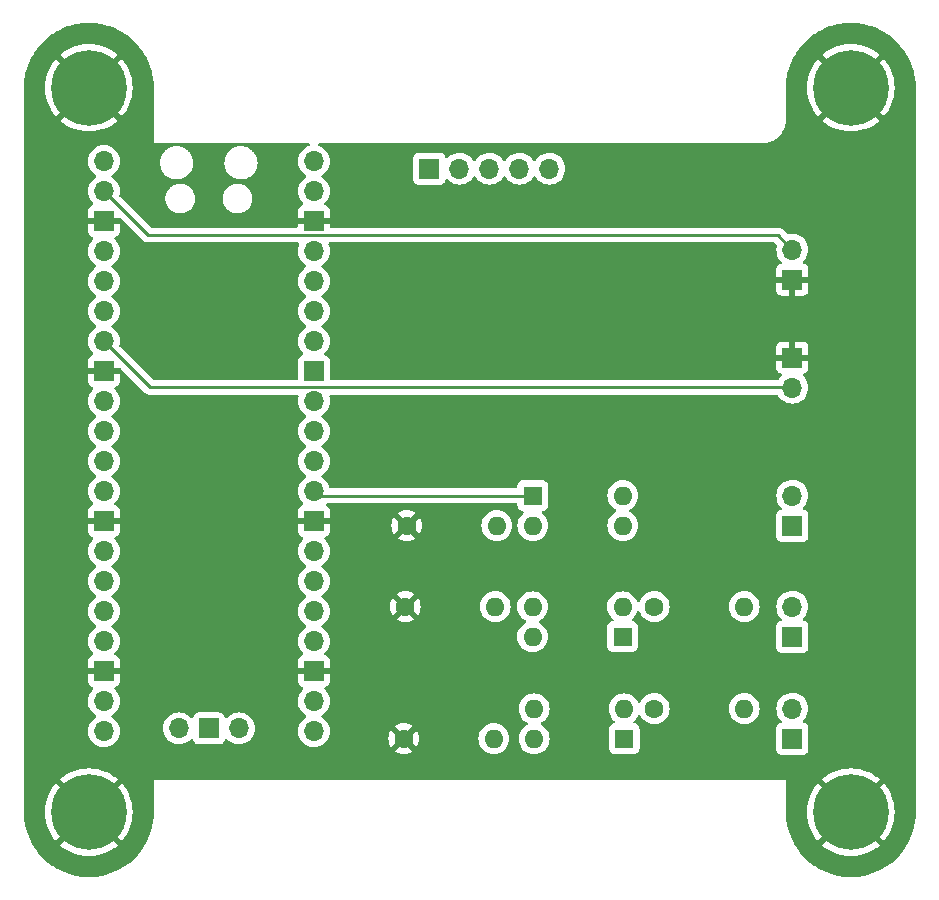
<source format=gbr>
%TF.GenerationSoftware,KiCad,Pcbnew,7.0.2*%
%TF.CreationDate,2024-05-01T19:32:08+01:00*%
%TF.ProjectId,PowerButtonPi,506f7765-7242-4757-9474-6f6e50692e6b,rev?*%
%TF.SameCoordinates,Original*%
%TF.FileFunction,Copper,L2,Bot*%
%TF.FilePolarity,Positive*%
%FSLAX46Y46*%
G04 Gerber Fmt 4.6, Leading zero omitted, Abs format (unit mm)*
G04 Created by KiCad (PCBNEW 7.0.2) date 2024-05-01 19:32:08*
%MOMM*%
%LPD*%
G01*
G04 APERTURE LIST*
%TA.AperFunction,ComponentPad*%
%ADD10C,6.400000*%
%TD*%
%TA.AperFunction,ComponentPad*%
%ADD11R,1.600000X1.600000*%
%TD*%
%TA.AperFunction,ComponentPad*%
%ADD12O,1.600000X1.600000*%
%TD*%
%TA.AperFunction,ComponentPad*%
%ADD13C,1.600000*%
%TD*%
%TA.AperFunction,ComponentPad*%
%ADD14R,1.700000X1.700000*%
%TD*%
%TA.AperFunction,ComponentPad*%
%ADD15O,1.700000X1.700000*%
%TD*%
%TA.AperFunction,Conductor*%
%ADD16C,0.250000*%
%TD*%
G04 APERTURE END LIST*
D10*
%TO.P,H2,1,1*%
%TO.N,GND*%
X112776000Y-88011000D03*
%TD*%
D11*
%TO.P,U2,1*%
%TO.N,Net-(U1-GPIO22)*%
X150368000Y-61214000D03*
D12*
%TO.P,U2,2*%
%TO.N,Net-(R1-Pad2)*%
X150368000Y-63754000D03*
%TO.P,U2,3*%
%TO.N,Net-(J4-Pin_1)*%
X157988000Y-63754000D03*
%TO.P,U2,4*%
%TO.N,Net-(J4-Pin_2)*%
X157988000Y-61214000D03*
%TD*%
D13*
%TO.P,R3,1*%
%TO.N,Net-(R3-Pad1)*%
X160655000Y-79248000D03*
D12*
%TO.P,R3,2*%
%TO.N,Net-(J6-Pin_2)*%
X168275000Y-79248000D03*
%TD*%
D11*
%TO.P,U3,1*%
%TO.N,Net-(J5-Pin_1)*%
X157968000Y-73162000D03*
D12*
%TO.P,U3,2*%
%TO.N,Net-(R2-Pad1)*%
X157968000Y-70622000D03*
%TO.P,U3,3*%
%TO.N,Net-(U1-GPIO17)*%
X150348000Y-70622000D03*
%TO.P,U3,4*%
%TO.N,+3V3*%
X150348000Y-73162000D03*
%TD*%
D10*
%TO.P,H3,1,1*%
%TO.N,GND*%
X177292000Y-26670000D03*
%TD*%
D14*
%TO.P,J3,1,Pin_1*%
%TO.N,GND*%
X172339000Y-49525000D03*
D15*
%TO.P,J3,2,Pin_2*%
%TO.N,POWER_BUTTON_LED*%
X172339000Y-52065000D03*
%TD*%
D13*
%TO.P,R1,1*%
%TO.N,GND*%
X139700000Y-63754000D03*
D12*
%TO.P,R1,2*%
%TO.N,Net-(R1-Pad2)*%
X147320000Y-63754000D03*
%TD*%
D14*
%TO.P,J6,1,Pin_1*%
%TO.N,Net-(J6-Pin_1)*%
X172339000Y-81788000D03*
D15*
%TO.P,J6,2,Pin_2*%
%TO.N,Net-(J6-Pin_2)*%
X172339000Y-79248000D03*
%TD*%
D13*
%TO.P,R5,1*%
%TO.N,GND*%
X139446000Y-81788000D03*
D12*
%TO.P,R5,2*%
%TO.N,Net-(U1-GPIO16)*%
X147066000Y-81788000D03*
%TD*%
D14*
%TO.P,J5,1,Pin_1*%
%TO.N,Net-(J5-Pin_1)*%
X172339000Y-73152000D03*
D15*
%TO.P,J5,2,Pin_2*%
%TO.N,Net-(J5-Pin_2)*%
X172339000Y-70612000D03*
%TD*%
D14*
%TO.P,J4,1,Pin_1*%
%TO.N,Net-(J4-Pin_1)*%
X172339000Y-63754000D03*
D15*
%TO.P,J4,2,Pin_2*%
%TO.N,Net-(J4-Pin_2)*%
X172339000Y-61214000D03*
%TD*%
D10*
%TO.P,H4,1,1*%
%TO.N,GND*%
X177292000Y-88011000D03*
%TD*%
D14*
%TO.P,J1,1,Pin_1*%
%TO.N,+3V3*%
X141605000Y-33528000D03*
D15*
%TO.P,J1,2,Pin_2*%
%TO.N,LED3_GND*%
X144145000Y-33528000D03*
%TO.P,J1,3,Pin_3*%
%TO.N,LED2_GND*%
X146685000Y-33528000D03*
%TO.P,J1,4,Pin_4*%
%TO.N,LED1_GND*%
X149225000Y-33528000D03*
%TO.P,J1,5,Pin_5*%
%TO.N,LED0_GND*%
X151765000Y-33528000D03*
%TD*%
D13*
%TO.P,R4,1*%
%TO.N,GND*%
X139573000Y-70612000D03*
D12*
%TO.P,R4,2*%
%TO.N,Net-(U1-GPIO17)*%
X147193000Y-70612000D03*
%TD*%
D13*
%TO.P,R2,1*%
%TO.N,Net-(R2-Pad1)*%
X160655000Y-70612000D03*
D12*
%TO.P,R2,2*%
%TO.N,Net-(J5-Pin_2)*%
X168275000Y-70612000D03*
%TD*%
D10*
%TO.P,H1,1,1*%
%TO.N,GND*%
X112776000Y-26670000D03*
%TD*%
D15*
%TO.P,U1,1,GPIO0*%
%TO.N,unconnected-(U1-GPIO0-Pad1)*%
X114046000Y-32893000D03*
%TO.P,U1,2,GPIO1*%
%TO.N,IN_POWER_BUTTON_SWITCH*%
X114046000Y-35433000D03*
D14*
%TO.P,U1,3,GND*%
%TO.N,GND*%
X114046000Y-37973000D03*
D15*
%TO.P,U1,4,GPIO2*%
%TO.N,unconnected-(U1-GPIO2-Pad4)*%
X114046000Y-40513000D03*
%TO.P,U1,5,GPIO3*%
%TO.N,unconnected-(U1-GPIO3-Pad5)*%
X114046000Y-43053000D03*
%TO.P,U1,6,GPIO4*%
%TO.N,unconnected-(U1-GPIO4-Pad6)*%
X114046000Y-45593000D03*
%TO.P,U1,7,GPIO5*%
%TO.N,POWER_BUTTON_LED*%
X114046000Y-48133000D03*
D14*
%TO.P,U1,8,GND*%
%TO.N,GND*%
X114046000Y-50673000D03*
D15*
%TO.P,U1,9,GPIO6*%
%TO.N,unconnected-(U1-GPIO6-Pad9)*%
X114046000Y-53213000D03*
%TO.P,U1,10,GPIO7*%
%TO.N,unconnected-(U1-GPIO7-Pad10)*%
X114046000Y-55753000D03*
%TO.P,U1,11,GPIO8*%
%TO.N,unconnected-(U1-GPIO8-Pad11)*%
X114046000Y-58293000D03*
%TO.P,U1,12,GPIO9*%
%TO.N,unconnected-(U1-GPIO9-Pad12)*%
X114046000Y-60833000D03*
D14*
%TO.P,U1,13,GND*%
%TO.N,GND*%
X114046000Y-63373000D03*
D15*
%TO.P,U1,14,GPIO10*%
%TO.N,unconnected-(U1-GPIO10-Pad14)*%
X114046000Y-65913000D03*
%TO.P,U1,15,GPIO11*%
%TO.N,unconnected-(U1-GPIO11-Pad15)*%
X114046000Y-68453000D03*
%TO.P,U1,16,GPIO12*%
%TO.N,unconnected-(U1-GPIO12-Pad16)*%
X114046000Y-70993000D03*
%TO.P,U1,17,GPIO13*%
%TO.N,unconnected-(U1-GPIO13-Pad17)*%
X114046000Y-73533000D03*
D14*
%TO.P,U1,18,GND*%
%TO.N,GND*%
X114046000Y-76073000D03*
D15*
%TO.P,U1,19,GPIO14*%
%TO.N,unconnected-(U1-GPIO14-Pad19)*%
X114046000Y-78613000D03*
%TO.P,U1,20,GPIO15*%
%TO.N,unconnected-(U1-GPIO15-Pad20)*%
X114046000Y-81153000D03*
%TO.P,U1,21,GPIO16*%
%TO.N,Net-(U1-GPIO16)*%
X131826000Y-81153000D03*
%TO.P,U1,22,GPIO17*%
%TO.N,Net-(U1-GPIO17)*%
X131826000Y-78613000D03*
D14*
%TO.P,U1,23,GND*%
%TO.N,GND*%
X131826000Y-76073000D03*
D15*
%TO.P,U1,24,GPIO18*%
%TO.N,LED0_GND*%
X131826000Y-73533000D03*
%TO.P,U1,25,GPIO19*%
%TO.N,LED1_GND*%
X131826000Y-70993000D03*
%TO.P,U1,26,GPIO20*%
%TO.N,LED2_GND*%
X131826000Y-68453000D03*
%TO.P,U1,27,GPIO21*%
%TO.N,LED3_GND*%
X131826000Y-65913000D03*
D14*
%TO.P,U1,28,GND*%
%TO.N,GND*%
X131826000Y-63373000D03*
D15*
%TO.P,U1,29,GPIO22*%
%TO.N,Net-(U1-GPIO22)*%
X131826000Y-60833000D03*
%TO.P,U1,30,RUN*%
%TO.N,unconnected-(U1-RUN-Pad30)*%
X131826000Y-58293000D03*
%TO.P,U1,31,GPIO26_ADC0*%
%TO.N,unconnected-(U1-GPIO26_ADC0-Pad31)*%
X131826000Y-55753000D03*
%TO.P,U1,32,GPIO27_ADC1*%
%TO.N,unconnected-(U1-GPIO27_ADC1-Pad32)*%
X131826000Y-53213000D03*
D14*
%TO.P,U1,33,AGND*%
%TO.N,unconnected-(U1-AGND-Pad33)*%
X131826000Y-50673000D03*
D15*
%TO.P,U1,34,GPIO28_ADC2*%
%TO.N,unconnected-(U1-GPIO28_ADC2-Pad34)*%
X131826000Y-48133000D03*
%TO.P,U1,35,ADC_VREF*%
%TO.N,unconnected-(U1-ADC_VREF-Pad35)*%
X131826000Y-45593000D03*
%TO.P,U1,36,3V3*%
%TO.N,+3V3*%
X131826000Y-43053000D03*
%TO.P,U1,37,3V3_EN*%
%TO.N,unconnected-(U1-3V3_EN-Pad37)*%
X131826000Y-40513000D03*
D14*
%TO.P,U1,38,GND*%
%TO.N,GND*%
X131826000Y-37973000D03*
D15*
%TO.P,U1,39,VSYS*%
%TO.N,unconnected-(U1-VSYS-Pad39)*%
X131826000Y-35433000D03*
%TO.P,U1,40,VBUS*%
%TO.N,unconnected-(U1-VBUS-Pad40)*%
X131826000Y-32893000D03*
%TO.P,U1,41,SWCLK*%
%TO.N,unconnected-(U1-SWCLK-Pad41)*%
X120396000Y-80923000D03*
D14*
%TO.P,U1,42,GND*%
%TO.N,unconnected-(U1-GND-Pad42)*%
X122936000Y-80923000D03*
D15*
%TO.P,U1,43,SWDIO*%
%TO.N,unconnected-(U1-SWDIO-Pad43)*%
X125476000Y-80923000D03*
%TD*%
D14*
%TO.P,J2,1,Pin_1*%
%TO.N,GND*%
X172339000Y-42926000D03*
D15*
%TO.P,J2,2,Pin_2*%
%TO.N,IN_POWER_BUTTON_SWITCH*%
X172339000Y-40386000D03*
%TD*%
D11*
%TO.P,U4,1*%
%TO.N,Net-(J6-Pin_1)*%
X158105000Y-81793000D03*
D12*
%TO.P,U4,2*%
%TO.N,Net-(R3-Pad1)*%
X158105000Y-79253000D03*
%TO.P,U4,3*%
%TO.N,+3V3*%
X150485000Y-79253000D03*
%TO.P,U4,4*%
%TO.N,Net-(U1-GPIO16)*%
X150485000Y-81793000D03*
%TD*%
D16*
%TO.N,IN_POWER_BUTTON_SWITCH*%
X171101000Y-39148000D02*
X172339000Y-40386000D01*
X114046000Y-35433000D02*
X117761000Y-39148000D01*
X117761000Y-39148000D02*
X171101000Y-39148000D01*
%TO.N,POWER_BUTTON_LED*%
X172339000Y-52065000D02*
X172312000Y-52038000D01*
X172312000Y-52038000D02*
X117951000Y-52038000D01*
X117951000Y-52038000D02*
X114046000Y-48133000D01*
%TO.N,Net-(U1-GPIO22)*%
X150368000Y-61214000D02*
X132207000Y-61214000D01*
X132207000Y-61214000D02*
X131826000Y-60833000D01*
%TD*%
%TA.AperFunction,Conductor*%
%TO.N,GND*%
G36*
X112993265Y-21179486D02*
G01*
X113231928Y-21189908D01*
X113241810Y-21190738D01*
X113468931Y-21219048D01*
X113695613Y-21248891D01*
X113704803Y-21250457D01*
X113931198Y-21297927D01*
X114152582Y-21347007D01*
X114161057Y-21349206D01*
X114383882Y-21415543D01*
X114599509Y-21483530D01*
X114607261Y-21486262D01*
X114823417Y-21570606D01*
X114825695Y-21571522D01*
X115033228Y-21657485D01*
X115040191Y-21660625D01*
X115248946Y-21762679D01*
X115251619Y-21764028D01*
X115429117Y-21856428D01*
X115450583Y-21867603D01*
X115456800Y-21871069D01*
X115656498Y-21990063D01*
X115659621Y-21991989D01*
X115848615Y-22112392D01*
X115854043Y-22116055D01*
X116043274Y-22251163D01*
X116046707Y-22253704D01*
X116224390Y-22390045D01*
X116229045Y-22393798D01*
X116406554Y-22544140D01*
X116410186Y-22547341D01*
X116575265Y-22698608D01*
X116579173Y-22702349D01*
X116743649Y-22866825D01*
X116747390Y-22870733D01*
X116898657Y-23035812D01*
X116901858Y-23039444D01*
X117052200Y-23216953D01*
X117055953Y-23221608D01*
X117192294Y-23399291D01*
X117194835Y-23402724D01*
X117329943Y-23591955D01*
X117333606Y-23597383D01*
X117454009Y-23786377D01*
X117455952Y-23789528D01*
X117574929Y-23989198D01*
X117578395Y-23995415D01*
X117681938Y-24194317D01*
X117683350Y-24197114D01*
X117785363Y-24405786D01*
X117788523Y-24412793D01*
X117874456Y-24620254D01*
X117875412Y-24622632D01*
X117959728Y-24838716D01*
X117962472Y-24846503D01*
X118030458Y-25062125D01*
X118096784Y-25284913D01*
X118098998Y-25293447D01*
X118148075Y-25514814D01*
X118195535Y-25741165D01*
X118197112Y-25750421D01*
X118226954Y-25977089D01*
X118255258Y-26204164D01*
X118256092Y-26214091D01*
X118266542Y-26453429D01*
X118275391Y-26667389D01*
X118275497Y-26672513D01*
X118275497Y-31345019D01*
X118275415Y-31345440D01*
X118275457Y-31368999D01*
X118275675Y-31369541D01*
X118275997Y-31369540D01*
X118275998Y-31369541D01*
X118275998Y-31369540D01*
X118300614Y-31369524D01*
X118300614Y-31369528D01*
X118300758Y-31369500D01*
X131351972Y-31369500D01*
X131419011Y-31389185D01*
X131464766Y-31441989D01*
X131474710Y-31511147D01*
X131445685Y-31574703D01*
X131386907Y-31612477D01*
X131384065Y-31613275D01*
X131362336Y-31619097D01*
X131148170Y-31718965D01*
X130954598Y-31854505D01*
X130787505Y-32021598D01*
X130651965Y-32215170D01*
X130552097Y-32429336D01*
X130490936Y-32657592D01*
X130470340Y-32893000D01*
X130490936Y-33128407D01*
X130524671Y-33254306D01*
X130552097Y-33356663D01*
X130651965Y-33570830D01*
X130787505Y-33764401D01*
X130954599Y-33931495D01*
X131140160Y-34061426D01*
X131183783Y-34116002D01*
X131190976Y-34185501D01*
X131159454Y-34247855D01*
X131140160Y-34264574D01*
X130969231Y-34384260D01*
X130954595Y-34394508D01*
X130787505Y-34561598D01*
X130651965Y-34755170D01*
X130552097Y-34969336D01*
X130490936Y-35197592D01*
X130470340Y-35432999D01*
X130490936Y-35668407D01*
X130529913Y-35813870D01*
X130552097Y-35896663D01*
X130651965Y-36110830D01*
X130787505Y-36304401D01*
X130787507Y-36304403D01*
X130787508Y-36304404D01*
X130909818Y-36426714D01*
X130943303Y-36488037D01*
X130938319Y-36557729D01*
X130896447Y-36613662D01*
X130865472Y-36630576D01*
X130733913Y-36679646D01*
X130618811Y-36765811D01*
X130532647Y-36880910D01*
X130482400Y-37015628D01*
X130476354Y-37071867D01*
X130476000Y-37078481D01*
X130475999Y-37722999D01*
X130476000Y-37723000D01*
X131380428Y-37723000D01*
X131357318Y-37758960D01*
X131316000Y-37899673D01*
X131316000Y-38046327D01*
X131357318Y-38187040D01*
X131380428Y-38223000D01*
X130476000Y-38223000D01*
X130476000Y-38398500D01*
X130456315Y-38465539D01*
X130403511Y-38511294D01*
X130352000Y-38522500D01*
X118071453Y-38522500D01*
X118004414Y-38502815D01*
X117983772Y-38486181D01*
X115550591Y-36053000D01*
X119255723Y-36053000D01*
X119257332Y-36071400D01*
X119257678Y-36087753D01*
X119256709Y-36109328D01*
X119267444Y-36188576D01*
X119268094Y-36194413D01*
X119274792Y-36270976D01*
X119280461Y-36292132D01*
X119283564Y-36307578D01*
X119286925Y-36332390D01*
X119310573Y-36405170D01*
X119312416Y-36411393D01*
X119331423Y-36482327D01*
X119342135Y-36505298D01*
X119347683Y-36519383D01*
X119356481Y-36546460D01*
X119391128Y-36610847D01*
X119394314Y-36617199D01*
X119423896Y-36680637D01*
X119440406Y-36704215D01*
X119448023Y-36716575D01*
X119463148Y-36744681D01*
X119498219Y-36788659D01*
X119506588Y-36799153D01*
X119511214Y-36805340D01*
X119549403Y-36859878D01*
X119572186Y-36882661D01*
X119581452Y-36893029D01*
X119603493Y-36920667D01*
X119653387Y-36964259D01*
X119659484Y-36969959D01*
X119704123Y-37014598D01*
X119733330Y-37035049D01*
X119743793Y-37043244D01*
X119763585Y-37060535D01*
X119773004Y-37068765D01*
X119826940Y-37100990D01*
X119834435Y-37105843D01*
X119883361Y-37140102D01*
X119893490Y-37144825D01*
X119918799Y-37156628D01*
X119929991Y-37162560D01*
X119966236Y-37184215D01*
X119966239Y-37184216D01*
X120021839Y-37205083D01*
X120030669Y-37208792D01*
X120074999Y-37229464D01*
X120081670Y-37232575D01*
X120122757Y-37243584D01*
X120134235Y-37247266D01*
X120145903Y-37251645D01*
X120176976Y-37263307D01*
X120232024Y-37273296D01*
X120241970Y-37275527D01*
X120293023Y-37289207D01*
X120337133Y-37293065D01*
X120338814Y-37293213D01*
X120350148Y-37294733D01*
X120398453Y-37303500D01*
X120450985Y-37303500D01*
X120461791Y-37303971D01*
X120484447Y-37305954D01*
X120510999Y-37308277D01*
X120510999Y-37308276D01*
X120511000Y-37308277D01*
X120564286Y-37303615D01*
X120566025Y-37303500D01*
X120567155Y-37303500D01*
X120621172Y-37298638D01*
X120621171Y-37298638D01*
X120733665Y-37288797D01*
X120735186Y-37288377D01*
X120735188Y-37288377D01*
X120838997Y-37259726D01*
X120940330Y-37232575D01*
X120940330Y-37232574D01*
X120945379Y-37231222D01*
X120950153Y-37229464D01*
X120952168Y-37228493D01*
X120952170Y-37228493D01*
X121046454Y-37183088D01*
X121138639Y-37140102D01*
X121138647Y-37140095D01*
X121140393Y-37139282D01*
X121154155Y-37131222D01*
X121154973Y-37130829D01*
X121237156Y-37071118D01*
X121317877Y-37014598D01*
X121318748Y-37013726D01*
X121333543Y-37001089D01*
X121337078Y-36998522D01*
X121404237Y-36928277D01*
X121406097Y-36926377D01*
X121472593Y-36859882D01*
X121472593Y-36859881D01*
X121472598Y-36859877D01*
X121475285Y-36856039D01*
X121487232Y-36841471D01*
X121492632Y-36835825D01*
X121544288Y-36757566D01*
X121546082Y-36754929D01*
X121598102Y-36680639D01*
X121601539Y-36673267D01*
X121610434Y-36657362D01*
X121610585Y-36657132D01*
X121616635Y-36647968D01*
X121652114Y-36564958D01*
X121653713Y-36561377D01*
X121690575Y-36482330D01*
X121693572Y-36471143D01*
X121699324Y-36454508D01*
X121705102Y-36440990D01*
X121705101Y-36440990D01*
X121705103Y-36440988D01*
X121724434Y-36356291D01*
X121725533Y-36351863D01*
X121730752Y-36332387D01*
X121747207Y-36270977D01*
X121748516Y-36256005D01*
X121751153Y-36239227D01*
X121755191Y-36221537D01*
X121758934Y-36138183D01*
X121759274Y-36133039D01*
X121766277Y-36053000D01*
X124105723Y-36053000D01*
X124107332Y-36071400D01*
X124107678Y-36087753D01*
X124106709Y-36109328D01*
X124117444Y-36188576D01*
X124118094Y-36194413D01*
X124124792Y-36270976D01*
X124130461Y-36292132D01*
X124133564Y-36307578D01*
X124136925Y-36332390D01*
X124160573Y-36405170D01*
X124162416Y-36411393D01*
X124181423Y-36482327D01*
X124192135Y-36505298D01*
X124197683Y-36519383D01*
X124206481Y-36546460D01*
X124241128Y-36610847D01*
X124244314Y-36617199D01*
X124273896Y-36680637D01*
X124290406Y-36704215D01*
X124298023Y-36716575D01*
X124313148Y-36744681D01*
X124348219Y-36788659D01*
X124356588Y-36799153D01*
X124361214Y-36805340D01*
X124399403Y-36859878D01*
X124422186Y-36882661D01*
X124431452Y-36893029D01*
X124453493Y-36920667D01*
X124503387Y-36964259D01*
X124509484Y-36969959D01*
X124554123Y-37014598D01*
X124583330Y-37035049D01*
X124593793Y-37043244D01*
X124613585Y-37060535D01*
X124623004Y-37068765D01*
X124676940Y-37100990D01*
X124684435Y-37105843D01*
X124733361Y-37140102D01*
X124743490Y-37144825D01*
X124768799Y-37156628D01*
X124779991Y-37162560D01*
X124816236Y-37184215D01*
X124816239Y-37184216D01*
X124871839Y-37205083D01*
X124880669Y-37208792D01*
X124924999Y-37229464D01*
X124931670Y-37232575D01*
X124972757Y-37243584D01*
X124984235Y-37247266D01*
X124995903Y-37251645D01*
X125026976Y-37263307D01*
X125082024Y-37273296D01*
X125091970Y-37275527D01*
X125143023Y-37289207D01*
X125187133Y-37293065D01*
X125188814Y-37293213D01*
X125200148Y-37294733D01*
X125248453Y-37303500D01*
X125300985Y-37303500D01*
X125311791Y-37303971D01*
X125334447Y-37305954D01*
X125360999Y-37308277D01*
X125360999Y-37308276D01*
X125361000Y-37308277D01*
X125414286Y-37303615D01*
X125416025Y-37303500D01*
X125417155Y-37303500D01*
X125471172Y-37298638D01*
X125583665Y-37288797D01*
X125585186Y-37288377D01*
X125585188Y-37288377D01*
X125688997Y-37259726D01*
X125790330Y-37232575D01*
X125790330Y-37232574D01*
X125795379Y-37231222D01*
X125800153Y-37229464D01*
X125802168Y-37228493D01*
X125802170Y-37228493D01*
X125896454Y-37183088D01*
X125988639Y-37140102D01*
X125988647Y-37140095D01*
X125990393Y-37139282D01*
X126004155Y-37131222D01*
X126004973Y-37130829D01*
X126087156Y-37071118D01*
X126167877Y-37014598D01*
X126168748Y-37013726D01*
X126183543Y-37001089D01*
X126187078Y-36998522D01*
X126254237Y-36928277D01*
X126256097Y-36926377D01*
X126322593Y-36859882D01*
X126322593Y-36859881D01*
X126322598Y-36859877D01*
X126325285Y-36856039D01*
X126337232Y-36841471D01*
X126342632Y-36835825D01*
X126394288Y-36757566D01*
X126396082Y-36754929D01*
X126448102Y-36680639D01*
X126451539Y-36673267D01*
X126460434Y-36657362D01*
X126460585Y-36657132D01*
X126466635Y-36647968D01*
X126502114Y-36564958D01*
X126503713Y-36561377D01*
X126540575Y-36482330D01*
X126543572Y-36471143D01*
X126549324Y-36454508D01*
X126555102Y-36440990D01*
X126555101Y-36440990D01*
X126555103Y-36440988D01*
X126574434Y-36356291D01*
X126575533Y-36351863D01*
X126580752Y-36332387D01*
X126597207Y-36270977D01*
X126598516Y-36256005D01*
X126601153Y-36239227D01*
X126605191Y-36221537D01*
X126608934Y-36138183D01*
X126609274Y-36133039D01*
X126616277Y-36053000D01*
X126614667Y-36034608D01*
X126614321Y-36018238D01*
X126615290Y-35996670D01*
X126604549Y-35917385D01*
X126603905Y-35911596D01*
X126597470Y-35838024D01*
X126597208Y-35835027D01*
X126597206Y-35835020D01*
X126591536Y-35813860D01*
X126588434Y-35798414D01*
X126585075Y-35773614D01*
X126577291Y-35749659D01*
X126561421Y-35700816D01*
X126559578Y-35694592D01*
X126540575Y-35623671D01*
X126529867Y-35600708D01*
X126524317Y-35586619D01*
X126515517Y-35559535D01*
X126480869Y-35495148D01*
X126477681Y-35488794D01*
X126448102Y-35425362D01*
X126448102Y-35425361D01*
X126431591Y-35401782D01*
X126423975Y-35389423D01*
X126408852Y-35361319D01*
X126365404Y-35306837D01*
X126360785Y-35300661D01*
X126322598Y-35246123D01*
X126299804Y-35223329D01*
X126290546Y-35212969D01*
X126268506Y-35185332D01*
X126218611Y-35141739D01*
X126212514Y-35136039D01*
X126167878Y-35091402D01*
X126138664Y-35070947D01*
X126128210Y-35062759D01*
X126098996Y-35037235D01*
X126098991Y-35037232D01*
X126045073Y-35005017D01*
X126037550Y-35000145D01*
X125988640Y-34965898D01*
X125967043Y-34955827D01*
X125953201Y-34949372D01*
X125942014Y-34943442D01*
X125905764Y-34921784D01*
X125850171Y-34900921D01*
X125841349Y-34897216D01*
X125790330Y-34873425D01*
X125790328Y-34873424D01*
X125762575Y-34865987D01*
X125749228Y-34862411D01*
X125737762Y-34858732D01*
X125695024Y-34842693D01*
X125651636Y-34834818D01*
X125639964Y-34832700D01*
X125630018Y-34830468D01*
X125578980Y-34816793D01*
X125533175Y-34812785D01*
X125521846Y-34811264D01*
X125473550Y-34802500D01*
X125473547Y-34802500D01*
X125421015Y-34802500D01*
X125410208Y-34802028D01*
X125406485Y-34801702D01*
X125360999Y-34797722D01*
X125307723Y-34802384D01*
X125305970Y-34802500D01*
X125304845Y-34802500D01*
X125302099Y-34802747D01*
X125302078Y-34802748D01*
X125250827Y-34807361D01*
X125138333Y-34817202D01*
X125033002Y-34846273D01*
X124926661Y-34874767D01*
X124921813Y-34876551D01*
X124855451Y-34908509D01*
X124825528Y-34922919D01*
X124791055Y-34938994D01*
X124731634Y-34966703D01*
X124717875Y-34974762D01*
X124717029Y-34975169D01*
X124634830Y-35034889D01*
X124554120Y-35091403D01*
X124553235Y-35092289D01*
X124538467Y-35104901D01*
X124534923Y-35107476D01*
X124467846Y-35177632D01*
X124465903Y-35179619D01*
X124399401Y-35246122D01*
X124396708Y-35249968D01*
X124384776Y-35264517D01*
X124379370Y-35270172D01*
X124327775Y-35348333D01*
X124325866Y-35351141D01*
X124273897Y-35425363D01*
X124270460Y-35432734D01*
X124261571Y-35448629D01*
X124255364Y-35458032D01*
X124219893Y-35541021D01*
X124218260Y-35544676D01*
X124211331Y-35559536D01*
X124181423Y-35623673D01*
X124178426Y-35634856D01*
X124172680Y-35651478D01*
X124166897Y-35665009D01*
X124147576Y-35749659D01*
X124146460Y-35754157D01*
X124124793Y-35835020D01*
X124123483Y-35849993D01*
X124120847Y-35866767D01*
X124116809Y-35884460D01*
X124113066Y-35967777D01*
X124112719Y-35973016D01*
X124107331Y-36034613D01*
X124105723Y-36053000D01*
X121766277Y-36053000D01*
X121764667Y-36034608D01*
X121764321Y-36018238D01*
X121765290Y-35996670D01*
X121754549Y-35917385D01*
X121753905Y-35911596D01*
X121747470Y-35838024D01*
X121747208Y-35835027D01*
X121747206Y-35835020D01*
X121741536Y-35813860D01*
X121738434Y-35798414D01*
X121735075Y-35773614D01*
X121727291Y-35749659D01*
X121711421Y-35700816D01*
X121709578Y-35694592D01*
X121690575Y-35623671D01*
X121679867Y-35600708D01*
X121674317Y-35586619D01*
X121665517Y-35559535D01*
X121630869Y-35495148D01*
X121627681Y-35488794D01*
X121598102Y-35425362D01*
X121598102Y-35425361D01*
X121581591Y-35401782D01*
X121573975Y-35389423D01*
X121558852Y-35361319D01*
X121515404Y-35306837D01*
X121510785Y-35300661D01*
X121472598Y-35246123D01*
X121449804Y-35223329D01*
X121440546Y-35212969D01*
X121418506Y-35185332D01*
X121368611Y-35141739D01*
X121362514Y-35136039D01*
X121317878Y-35091402D01*
X121288664Y-35070947D01*
X121278210Y-35062759D01*
X121248996Y-35037235D01*
X121248991Y-35037232D01*
X121195073Y-35005017D01*
X121187550Y-35000145D01*
X121138640Y-34965898D01*
X121117043Y-34955827D01*
X121103201Y-34949372D01*
X121092014Y-34943442D01*
X121055764Y-34921784D01*
X121000171Y-34900921D01*
X120991349Y-34897216D01*
X120940330Y-34873425D01*
X120940328Y-34873424D01*
X120912575Y-34865987D01*
X120899228Y-34862411D01*
X120887762Y-34858732D01*
X120845024Y-34842693D01*
X120801636Y-34834818D01*
X120789964Y-34832700D01*
X120780018Y-34830468D01*
X120728980Y-34816793D01*
X120683175Y-34812785D01*
X120671846Y-34811264D01*
X120623550Y-34802500D01*
X120623547Y-34802500D01*
X120571015Y-34802500D01*
X120560208Y-34802028D01*
X120556485Y-34801702D01*
X120510999Y-34797722D01*
X120457723Y-34802384D01*
X120455970Y-34802500D01*
X120454845Y-34802500D01*
X120452099Y-34802747D01*
X120452078Y-34802748D01*
X120400827Y-34807361D01*
X120288333Y-34817202D01*
X120183002Y-34846273D01*
X120076661Y-34874767D01*
X120071813Y-34876551D01*
X120005451Y-34908509D01*
X119975528Y-34922919D01*
X119941055Y-34938994D01*
X119881634Y-34966703D01*
X119867875Y-34974762D01*
X119867029Y-34975169D01*
X119784830Y-35034889D01*
X119704120Y-35091403D01*
X119703235Y-35092289D01*
X119688467Y-35104901D01*
X119684923Y-35107476D01*
X119617846Y-35177632D01*
X119615903Y-35179619D01*
X119549401Y-35246122D01*
X119546708Y-35249968D01*
X119534776Y-35264517D01*
X119529370Y-35270172D01*
X119477775Y-35348333D01*
X119475866Y-35351141D01*
X119423897Y-35425363D01*
X119420460Y-35432734D01*
X119411571Y-35448629D01*
X119405364Y-35458032D01*
X119369893Y-35541021D01*
X119368260Y-35544676D01*
X119361331Y-35559536D01*
X119331423Y-35623673D01*
X119328426Y-35634856D01*
X119322680Y-35651478D01*
X119316897Y-35665009D01*
X119297576Y-35749659D01*
X119296460Y-35754157D01*
X119274793Y-35835020D01*
X119273483Y-35849993D01*
X119270847Y-35866767D01*
X119266809Y-35884460D01*
X119263066Y-35967777D01*
X119262719Y-35973016D01*
X119257331Y-36034613D01*
X119255723Y-36053000D01*
X115550591Y-36053000D01*
X115386237Y-35888646D01*
X115352752Y-35827323D01*
X115354143Y-35768872D01*
X115381063Y-35668408D01*
X115383999Y-35634856D01*
X115401659Y-35432999D01*
X115381063Y-35197592D01*
X115319903Y-34969337D01*
X115220035Y-34755171D01*
X115084495Y-34561599D01*
X114917401Y-34394505D01*
X114731839Y-34264573D01*
X114688216Y-34209998D01*
X114681022Y-34140500D01*
X114712545Y-34078145D01*
X114731837Y-34061428D01*
X114917401Y-33931495D01*
X115084495Y-33764401D01*
X115220035Y-33570830D01*
X115319903Y-33356663D01*
X115381063Y-33128408D01*
X115390285Y-33022998D01*
X118805699Y-33022998D01*
X118812750Y-33108097D01*
X118813061Y-33113071D01*
X118816820Y-33201532D01*
X118821092Y-33221356D01*
X118823451Y-33237237D01*
X118824865Y-33254301D01*
X118846661Y-33340371D01*
X118847669Y-33344676D01*
X118859630Y-33400171D01*
X118867046Y-33434581D01*
X118873333Y-33450226D01*
X118878479Y-33466017D01*
X118881843Y-33479301D01*
X118918875Y-33563727D01*
X118920377Y-33567301D01*
X118955936Y-33655790D01*
X118962979Y-33667229D01*
X118970945Y-33682431D01*
X118975076Y-33691849D01*
X119027366Y-33771886D01*
X119029147Y-33774693D01*
X119080931Y-33858796D01*
X119087539Y-33866303D01*
X119098268Y-33880409D01*
X119102021Y-33886153D01*
X119169117Y-33959040D01*
X119170930Y-33961054D01*
X119238437Y-34037756D01*
X119243561Y-34041894D01*
X119256886Y-34054382D01*
X119259216Y-34056913D01*
X119340933Y-34120515D01*
X119423920Y-34187523D01*
X119426685Y-34189067D01*
X119442359Y-34199458D01*
X119442374Y-34199470D01*
X119536162Y-34250225D01*
X119632046Y-34303790D01*
X119632051Y-34303791D01*
X119632252Y-34303904D01*
X119643584Y-34308935D01*
X119646492Y-34309933D01*
X119646497Y-34309936D01*
X119750276Y-34345563D01*
X119856829Y-34383211D01*
X119856836Y-34383212D01*
X119859802Y-34384260D01*
X119866015Y-34385296D01*
X119866019Y-34385298D01*
X119977323Y-34403871D01*
X119977324Y-34403871D01*
X120091799Y-34423500D01*
X120091800Y-34423500D01*
X120327047Y-34423500D01*
X120327049Y-34423500D01*
X120381010Y-34414494D01*
X120390905Y-34413251D01*
X120448541Y-34408346D01*
X120497941Y-34395482D01*
X120508760Y-34393177D01*
X120538221Y-34388261D01*
X120555982Y-34385298D01*
X120610946Y-34366428D01*
X120619949Y-34363714D01*
X120679249Y-34348275D01*
X120722642Y-34328659D01*
X120733443Y-34324374D01*
X120775503Y-34309936D01*
X120829622Y-34280647D01*
X120837530Y-34276726D01*
X120896486Y-34250077D01*
X120933108Y-34225324D01*
X120943515Y-34219011D01*
X120979626Y-34199470D01*
X121030877Y-34159578D01*
X121037589Y-34154706D01*
X121078716Y-34126910D01*
X121094002Y-34116580D01*
X121094776Y-34115837D01*
X121123460Y-34088345D01*
X121133064Y-34080044D01*
X121162784Y-34056913D01*
X121209081Y-34006619D01*
X121214490Y-34001100D01*
X121266118Y-33951621D01*
X121288350Y-33921559D01*
X121296797Y-33911333D01*
X121319979Y-33886153D01*
X121359238Y-33826060D01*
X121363312Y-33820203D01*
X121407879Y-33759947D01*
X121423163Y-33729630D01*
X121430079Y-33717632D01*
X121433704Y-33712082D01*
X121446924Y-33691849D01*
X121477123Y-33623000D01*
X121479927Y-33617045D01*
X121515207Y-33547074D01*
X121524150Y-33517868D01*
X121529158Y-33504374D01*
X121540157Y-33479300D01*
X121559453Y-33403099D01*
X121561088Y-33397255D01*
X121585015Y-33319126D01*
X121585014Y-33319126D01*
X121585016Y-33319123D01*
X121588461Y-33292215D01*
X121591247Y-33277548D01*
X121597134Y-33254305D01*
X121603903Y-33172600D01*
X121604484Y-33167095D01*
X121615298Y-33082654D01*
X121614291Y-33058960D01*
X121614602Y-33043481D01*
X121616300Y-33023000D01*
X121616300Y-33022998D01*
X124255699Y-33022998D01*
X124262750Y-33108097D01*
X124263061Y-33113071D01*
X124266820Y-33201532D01*
X124271092Y-33221356D01*
X124273451Y-33237237D01*
X124274865Y-33254301D01*
X124296661Y-33340371D01*
X124297669Y-33344676D01*
X124309630Y-33400171D01*
X124317046Y-33434581D01*
X124323333Y-33450226D01*
X124328479Y-33466017D01*
X124331843Y-33479301D01*
X124368875Y-33563727D01*
X124370377Y-33567301D01*
X124405936Y-33655790D01*
X124412979Y-33667229D01*
X124420945Y-33682431D01*
X124425076Y-33691849D01*
X124477366Y-33771886D01*
X124479147Y-33774693D01*
X124530931Y-33858796D01*
X124537539Y-33866303D01*
X124548268Y-33880409D01*
X124552021Y-33886153D01*
X124619117Y-33959040D01*
X124620930Y-33961054D01*
X124688437Y-34037756D01*
X124693561Y-34041894D01*
X124706886Y-34054382D01*
X124709216Y-34056913D01*
X124790933Y-34120515D01*
X124873920Y-34187523D01*
X124876685Y-34189067D01*
X124892359Y-34199458D01*
X124892374Y-34199470D01*
X124986162Y-34250225D01*
X125082046Y-34303790D01*
X125082051Y-34303791D01*
X125082252Y-34303904D01*
X125093584Y-34308935D01*
X125096492Y-34309933D01*
X125096497Y-34309936D01*
X125200276Y-34345563D01*
X125306829Y-34383211D01*
X125306836Y-34383212D01*
X125309802Y-34384260D01*
X125316015Y-34385296D01*
X125316019Y-34385298D01*
X125427324Y-34403871D01*
X125541799Y-34423500D01*
X125541800Y-34423500D01*
X125777047Y-34423500D01*
X125777049Y-34423500D01*
X125831010Y-34414494D01*
X125840905Y-34413251D01*
X125898541Y-34408346D01*
X125947941Y-34395482D01*
X125958760Y-34393177D01*
X125988221Y-34388261D01*
X126005982Y-34385298D01*
X126060946Y-34366428D01*
X126069949Y-34363714D01*
X126129249Y-34348275D01*
X126172642Y-34328659D01*
X126183443Y-34324374D01*
X126225503Y-34309936D01*
X126279622Y-34280647D01*
X126287530Y-34276726D01*
X126346486Y-34250077D01*
X126383108Y-34225324D01*
X126393515Y-34219011D01*
X126429626Y-34199470D01*
X126480877Y-34159578D01*
X126487589Y-34154706D01*
X126528716Y-34126910D01*
X126544002Y-34116580D01*
X126544776Y-34115837D01*
X126573460Y-34088345D01*
X126583064Y-34080044D01*
X126612784Y-34056913D01*
X126659081Y-34006619D01*
X126664490Y-34001100D01*
X126716118Y-33951621D01*
X126738350Y-33921559D01*
X126746797Y-33911333D01*
X126769979Y-33886153D01*
X126809238Y-33826060D01*
X126813312Y-33820203D01*
X126857879Y-33759947D01*
X126873163Y-33729630D01*
X126880079Y-33717632D01*
X126883704Y-33712082D01*
X126896924Y-33691849D01*
X126927123Y-33623000D01*
X126929927Y-33617045D01*
X126965207Y-33547074D01*
X126974150Y-33517868D01*
X126979158Y-33504374D01*
X126990157Y-33479300D01*
X127009453Y-33403099D01*
X127011088Y-33397255D01*
X127035015Y-33319126D01*
X127035014Y-33319126D01*
X127035016Y-33319123D01*
X127038461Y-33292215D01*
X127041247Y-33277548D01*
X127047134Y-33254305D01*
X127053903Y-33172600D01*
X127054484Y-33167095D01*
X127065298Y-33082654D01*
X127064291Y-33058960D01*
X127064602Y-33043481D01*
X127066300Y-33023000D01*
X127059248Y-32937902D01*
X127058938Y-32932944D01*
X127055180Y-32844468D01*
X127050907Y-32824642D01*
X127048547Y-32808756D01*
X127047134Y-32791695D01*
X127025328Y-32705589D01*
X127024336Y-32701354D01*
X127004954Y-32611419D01*
X126998665Y-32595770D01*
X126993521Y-32579989D01*
X126990157Y-32566700D01*
X126953102Y-32482224D01*
X126951621Y-32478696D01*
X126916066Y-32390214D01*
X126916064Y-32390210D01*
X126909016Y-32378764D01*
X126901051Y-32363561D01*
X126896924Y-32354151D01*
X126844628Y-32274106D01*
X126842879Y-32271350D01*
X126791069Y-32187205D01*
X126784454Y-32179689D01*
X126773730Y-32165588D01*
X126769980Y-32159849D01*
X126769979Y-32159847D01*
X126702876Y-32086953D01*
X126701068Y-32084944D01*
X126633564Y-32008245D01*
X126632253Y-32007186D01*
X126628439Y-32004106D01*
X126615115Y-31991619D01*
X126612785Y-31989088D01*
X126531066Y-31925484D01*
X126448079Y-31858476D01*
X126445315Y-31856932D01*
X126429637Y-31846538D01*
X126429626Y-31846529D01*
X126335837Y-31795774D01*
X126239762Y-31742103D01*
X126228401Y-31737059D01*
X126170953Y-31717337D01*
X126121723Y-31700436D01*
X126062658Y-31679567D01*
X126012203Y-31661740D01*
X125894675Y-31642128D01*
X125780202Y-31622500D01*
X125780200Y-31622500D01*
X125777049Y-31622500D01*
X125544951Y-31622500D01*
X125544949Y-31622500D01*
X125490991Y-31631503D01*
X125481102Y-31632747D01*
X125423460Y-31637653D01*
X125374077Y-31650511D01*
X125363249Y-31652819D01*
X125316023Y-31660701D01*
X125316021Y-31660701D01*
X125316019Y-31660702D01*
X125261056Y-31679570D01*
X125252052Y-31682284D01*
X125192748Y-31697725D01*
X125149361Y-31717337D01*
X125138554Y-31721624D01*
X125096496Y-31736063D01*
X125042395Y-31765341D01*
X125034460Y-31769276D01*
X124975509Y-31795925D01*
X124938882Y-31820679D01*
X124928470Y-31826994D01*
X124892373Y-31846529D01*
X124841124Y-31886417D01*
X124834402Y-31891296D01*
X124777999Y-31929418D01*
X124748549Y-31957643D01*
X124738919Y-31965967D01*
X124709216Y-31989087D01*
X124709214Y-31989088D01*
X124709214Y-31989089D01*
X124662926Y-32039369D01*
X124657500Y-32044905D01*
X124605883Y-32094376D01*
X124583659Y-32124426D01*
X124575196Y-32134670D01*
X124552023Y-32159843D01*
X124512782Y-32219905D01*
X124508671Y-32225815D01*
X124464119Y-32286054D01*
X124448826Y-32316384D01*
X124441917Y-32328371D01*
X124425077Y-32354147D01*
X124394887Y-32422974D01*
X124392054Y-32428987D01*
X124356792Y-32498925D01*
X124347847Y-32528131D01*
X124342842Y-32541620D01*
X124331844Y-32566695D01*
X124312552Y-32642871D01*
X124310912Y-32648736D01*
X124286983Y-32726875D01*
X124283538Y-32753775D01*
X124280750Y-32768455D01*
X124274865Y-32791697D01*
X124268097Y-32873377D01*
X124267517Y-32878886D01*
X124256701Y-32963348D01*
X124257707Y-32987025D01*
X124257396Y-33002520D01*
X124255699Y-33022998D01*
X121616300Y-33022998D01*
X121609248Y-32937902D01*
X121608938Y-32932944D01*
X121605180Y-32844468D01*
X121600907Y-32824642D01*
X121598547Y-32808756D01*
X121597134Y-32791695D01*
X121575328Y-32705589D01*
X121574336Y-32701354D01*
X121554954Y-32611419D01*
X121548665Y-32595770D01*
X121543521Y-32579989D01*
X121540157Y-32566700D01*
X121503102Y-32482224D01*
X121501621Y-32478696D01*
X121466066Y-32390214D01*
X121466064Y-32390210D01*
X121459016Y-32378764D01*
X121451051Y-32363561D01*
X121446924Y-32354151D01*
X121394628Y-32274106D01*
X121392879Y-32271350D01*
X121341069Y-32187205D01*
X121334454Y-32179689D01*
X121323730Y-32165588D01*
X121319980Y-32159849D01*
X121319979Y-32159847D01*
X121252876Y-32086953D01*
X121251068Y-32084944D01*
X121183564Y-32008245D01*
X121182253Y-32007186D01*
X121178439Y-32004106D01*
X121165115Y-31991619D01*
X121162785Y-31989088D01*
X121081066Y-31925484D01*
X120998079Y-31858476D01*
X120995315Y-31856932D01*
X120979637Y-31846538D01*
X120979626Y-31846529D01*
X120885837Y-31795774D01*
X120789762Y-31742103D01*
X120778401Y-31737059D01*
X120720953Y-31717337D01*
X120671723Y-31700436D01*
X120612658Y-31679567D01*
X120562203Y-31661740D01*
X120444675Y-31642128D01*
X120330202Y-31622500D01*
X120330200Y-31622500D01*
X120327049Y-31622500D01*
X120094951Y-31622500D01*
X120094949Y-31622500D01*
X120040991Y-31631503D01*
X120031102Y-31632747D01*
X119973460Y-31637653D01*
X119924077Y-31650511D01*
X119913249Y-31652819D01*
X119866023Y-31660701D01*
X119866021Y-31660701D01*
X119866019Y-31660702D01*
X119811056Y-31679570D01*
X119802052Y-31682284D01*
X119742748Y-31697725D01*
X119699361Y-31717337D01*
X119688554Y-31721624D01*
X119646496Y-31736063D01*
X119592395Y-31765341D01*
X119584460Y-31769276D01*
X119525509Y-31795925D01*
X119488882Y-31820679D01*
X119478470Y-31826994D01*
X119442373Y-31846529D01*
X119391124Y-31886417D01*
X119384402Y-31891296D01*
X119327999Y-31929418D01*
X119298549Y-31957643D01*
X119288919Y-31965967D01*
X119259216Y-31989087D01*
X119259214Y-31989088D01*
X119259214Y-31989089D01*
X119212926Y-32039369D01*
X119207500Y-32044905D01*
X119155883Y-32094376D01*
X119133659Y-32124426D01*
X119125196Y-32134670D01*
X119102023Y-32159843D01*
X119062782Y-32219905D01*
X119058671Y-32225815D01*
X119014119Y-32286054D01*
X118998826Y-32316384D01*
X118991917Y-32328371D01*
X118975077Y-32354147D01*
X118944887Y-32422974D01*
X118942054Y-32428987D01*
X118906792Y-32498925D01*
X118897847Y-32528131D01*
X118892842Y-32541620D01*
X118881844Y-32566695D01*
X118862552Y-32642871D01*
X118860912Y-32648736D01*
X118836983Y-32726875D01*
X118833538Y-32753775D01*
X118830750Y-32768455D01*
X118824865Y-32791697D01*
X118818097Y-32873377D01*
X118817517Y-32878886D01*
X118806701Y-32963348D01*
X118807707Y-32987025D01*
X118807396Y-33002520D01*
X118805699Y-33022998D01*
X115390285Y-33022998D01*
X115401659Y-32893000D01*
X115381063Y-32657592D01*
X115319903Y-32429337D01*
X115220035Y-32215171D01*
X115084495Y-32021599D01*
X114917401Y-31854505D01*
X114723830Y-31718965D01*
X114509663Y-31619097D01*
X114448501Y-31602709D01*
X114281407Y-31557936D01*
X114046000Y-31537340D01*
X113810592Y-31557936D01*
X113582336Y-31619097D01*
X113368170Y-31718965D01*
X113174598Y-31854505D01*
X113007505Y-32021598D01*
X112871965Y-32215170D01*
X112772097Y-32429336D01*
X112710936Y-32657592D01*
X112690340Y-32893000D01*
X112710936Y-33128407D01*
X112744671Y-33254306D01*
X112772097Y-33356663D01*
X112871965Y-33570830D01*
X113007505Y-33764401D01*
X113174599Y-33931495D01*
X113360160Y-34061426D01*
X113403783Y-34116002D01*
X113410976Y-34185501D01*
X113379454Y-34247855D01*
X113360160Y-34264574D01*
X113189231Y-34384260D01*
X113174595Y-34394508D01*
X113007505Y-34561598D01*
X112871965Y-34755170D01*
X112772097Y-34969336D01*
X112710936Y-35197592D01*
X112690340Y-35432999D01*
X112710936Y-35668407D01*
X112749913Y-35813870D01*
X112772097Y-35896663D01*
X112871965Y-36110830D01*
X113007505Y-36304401D01*
X113007508Y-36304404D01*
X113129818Y-36426714D01*
X113163303Y-36488037D01*
X113158319Y-36557729D01*
X113116447Y-36613662D01*
X113085472Y-36630576D01*
X112953913Y-36679646D01*
X112838811Y-36765811D01*
X112752647Y-36880910D01*
X112702400Y-37015628D01*
X112696354Y-37071867D01*
X112696000Y-37078481D01*
X112696000Y-37723000D01*
X113600428Y-37723000D01*
X113577318Y-37758960D01*
X113536000Y-37899673D01*
X113536000Y-38046327D01*
X113577318Y-38187040D01*
X113600428Y-38223000D01*
X112696000Y-38223000D01*
X112696000Y-38867518D01*
X112696354Y-38874132D01*
X112702400Y-38930371D01*
X112752647Y-39065089D01*
X112838811Y-39180188D01*
X112953911Y-39266352D01*
X113085471Y-39315422D01*
X113141404Y-39357294D01*
X113165821Y-39422758D01*
X113150969Y-39491031D01*
X113129819Y-39519285D01*
X113007503Y-39641601D01*
X112871965Y-39835170D01*
X112772097Y-40049336D01*
X112710936Y-40277592D01*
X112690340Y-40513000D01*
X112710936Y-40748407D01*
X112738068Y-40849663D01*
X112772097Y-40976663D01*
X112871965Y-41190830D01*
X113007505Y-41384401D01*
X113174599Y-41551495D01*
X113360160Y-41681426D01*
X113403783Y-41736002D01*
X113410976Y-41805501D01*
X113379454Y-41867855D01*
X113360160Y-41884574D01*
X113240119Y-41968628D01*
X113174595Y-42014508D01*
X113007505Y-42181598D01*
X112871965Y-42375170D01*
X112772097Y-42589336D01*
X112710936Y-42817592D01*
X112690340Y-43053000D01*
X112710936Y-43288407D01*
X112727695Y-43350952D01*
X112772097Y-43516663D01*
X112871965Y-43730830D01*
X113007505Y-43924401D01*
X113174599Y-44091495D01*
X113360160Y-44221426D01*
X113403783Y-44276002D01*
X113410976Y-44345501D01*
X113379454Y-44407855D01*
X113360159Y-44424575D01*
X113174595Y-44554508D01*
X113007505Y-44721598D01*
X112871965Y-44915170D01*
X112772097Y-45129336D01*
X112710936Y-45357592D01*
X112690340Y-45593000D01*
X112710936Y-45828407D01*
X112755709Y-45995502D01*
X112772097Y-46056663D01*
X112871965Y-46270830D01*
X113007505Y-46464401D01*
X113174599Y-46631495D01*
X113360160Y-46761426D01*
X113403783Y-46816002D01*
X113410976Y-46885501D01*
X113379454Y-46947855D01*
X113360159Y-46964575D01*
X113174595Y-47094508D01*
X113007505Y-47261598D01*
X112871965Y-47455170D01*
X112772097Y-47669336D01*
X112710936Y-47897592D01*
X112690340Y-48132999D01*
X112710936Y-48368407D01*
X112710937Y-48368409D01*
X112772097Y-48596663D01*
X112871965Y-48810830D01*
X113007505Y-49004401D01*
X113007508Y-49004404D01*
X113129818Y-49126714D01*
X113163303Y-49188037D01*
X113158319Y-49257729D01*
X113116447Y-49313662D01*
X113085472Y-49330576D01*
X112953913Y-49379646D01*
X112838811Y-49465811D01*
X112752647Y-49580910D01*
X112702400Y-49715628D01*
X112696354Y-49771867D01*
X112696000Y-49778481D01*
X112696000Y-50423000D01*
X113600428Y-50423000D01*
X113577318Y-50458960D01*
X113536000Y-50599673D01*
X113536000Y-50746327D01*
X113577318Y-50887040D01*
X113600428Y-50923000D01*
X112696000Y-50923000D01*
X112696000Y-51567518D01*
X112696354Y-51574132D01*
X112702400Y-51630371D01*
X112752647Y-51765089D01*
X112838811Y-51880188D01*
X112953911Y-51966352D01*
X113085471Y-52015422D01*
X113141404Y-52057294D01*
X113165821Y-52122758D01*
X113150969Y-52191031D01*
X113129819Y-52219285D01*
X113007503Y-52341601D01*
X112871965Y-52535170D01*
X112772097Y-52749336D01*
X112710936Y-52977592D01*
X112690340Y-53213000D01*
X112710936Y-53448407D01*
X112755709Y-53615502D01*
X112772097Y-53676663D01*
X112871965Y-53890830D01*
X113007505Y-54084401D01*
X113174599Y-54251495D01*
X113360160Y-54381426D01*
X113403783Y-54436002D01*
X113410976Y-54505501D01*
X113379454Y-54567855D01*
X113360159Y-54584575D01*
X113174595Y-54714508D01*
X113007505Y-54881598D01*
X112871965Y-55075170D01*
X112772097Y-55289336D01*
X112710936Y-55517592D01*
X112690340Y-55753000D01*
X112710936Y-55988407D01*
X112755709Y-56155502D01*
X112772097Y-56216663D01*
X112871965Y-56430830D01*
X113007505Y-56624401D01*
X113174599Y-56791495D01*
X113360160Y-56921426D01*
X113403783Y-56976002D01*
X113410976Y-57045501D01*
X113379454Y-57107855D01*
X113360159Y-57124575D01*
X113174595Y-57254508D01*
X113007505Y-57421598D01*
X112871965Y-57615170D01*
X112772097Y-57829336D01*
X112710936Y-58057592D01*
X112690340Y-58292999D01*
X112710936Y-58528407D01*
X112755709Y-58695501D01*
X112772097Y-58756663D01*
X112871965Y-58970830D01*
X113007505Y-59164401D01*
X113174599Y-59331495D01*
X113360160Y-59461426D01*
X113403783Y-59516002D01*
X113410976Y-59585501D01*
X113379454Y-59647855D01*
X113360159Y-59664575D01*
X113174595Y-59794508D01*
X113007505Y-59961598D01*
X112871965Y-60155170D01*
X112772097Y-60369336D01*
X112710936Y-60597592D01*
X112690340Y-60832999D01*
X112710936Y-61068407D01*
X112749948Y-61214000D01*
X112772097Y-61296663D01*
X112871965Y-61510830D01*
X113007505Y-61704401D01*
X113007508Y-61704404D01*
X113129818Y-61826714D01*
X113163303Y-61888037D01*
X113158319Y-61957729D01*
X113116447Y-62013662D01*
X113085472Y-62030576D01*
X112953913Y-62079646D01*
X112838811Y-62165811D01*
X112752647Y-62280910D01*
X112702400Y-62415628D01*
X112696354Y-62471867D01*
X112696000Y-62478481D01*
X112696000Y-63123000D01*
X113600428Y-63123000D01*
X113577318Y-63158960D01*
X113536000Y-63299673D01*
X113536000Y-63446327D01*
X113577318Y-63587040D01*
X113600428Y-63623000D01*
X112696000Y-63623000D01*
X112696000Y-64267518D01*
X112696354Y-64274132D01*
X112702400Y-64330371D01*
X112752647Y-64465089D01*
X112838811Y-64580188D01*
X112953911Y-64666352D01*
X113085471Y-64715422D01*
X113141404Y-64757294D01*
X113165821Y-64822758D01*
X113150969Y-64891031D01*
X113129819Y-64919285D01*
X113007503Y-65041601D01*
X112871965Y-65235170D01*
X112772097Y-65449336D01*
X112710936Y-65677592D01*
X112690340Y-65913000D01*
X112710936Y-66148407D01*
X112755709Y-66315502D01*
X112772097Y-66376663D01*
X112871965Y-66590830D01*
X113007505Y-66784401D01*
X113174599Y-66951495D01*
X113360160Y-67081426D01*
X113403783Y-67136002D01*
X113410976Y-67205501D01*
X113379454Y-67267855D01*
X113360159Y-67284575D01*
X113174595Y-67414508D01*
X113007505Y-67581598D01*
X112871965Y-67775170D01*
X112772097Y-67989336D01*
X112710936Y-68217592D01*
X112690340Y-68453000D01*
X112710936Y-68688407D01*
X112755709Y-68855502D01*
X112772097Y-68916663D01*
X112871965Y-69130830D01*
X113007505Y-69324401D01*
X113174599Y-69491495D01*
X113360160Y-69621426D01*
X113403783Y-69676002D01*
X113410976Y-69745501D01*
X113379454Y-69807855D01*
X113360158Y-69824575D01*
X113271684Y-69886526D01*
X113174595Y-69954508D01*
X113007505Y-70121598D01*
X112871965Y-70315170D01*
X112772097Y-70529336D01*
X112710936Y-70757592D01*
X112690340Y-70992999D01*
X112710936Y-71228407D01*
X112740160Y-71337471D01*
X112772097Y-71456663D01*
X112871965Y-71670830D01*
X113007505Y-71864401D01*
X113174599Y-72031495D01*
X113360160Y-72161426D01*
X113403783Y-72216002D01*
X113410976Y-72285501D01*
X113379454Y-72347855D01*
X113360159Y-72364575D01*
X113174595Y-72494508D01*
X113007505Y-72661598D01*
X112871965Y-72855170D01*
X112772097Y-73069336D01*
X112710936Y-73297592D01*
X112690340Y-73532999D01*
X112710936Y-73768407D01*
X112723350Y-73814735D01*
X112772097Y-73996663D01*
X112871965Y-74210830D01*
X113007505Y-74404401D01*
X113007508Y-74404404D01*
X113129818Y-74526714D01*
X113163303Y-74588037D01*
X113158319Y-74657729D01*
X113116447Y-74713662D01*
X113085472Y-74730576D01*
X112953913Y-74779646D01*
X112838811Y-74865811D01*
X112752647Y-74980910D01*
X112702400Y-75115628D01*
X112696354Y-75171867D01*
X112696000Y-75178481D01*
X112696000Y-75823000D01*
X113600428Y-75823000D01*
X113577318Y-75858960D01*
X113536000Y-75999673D01*
X113536000Y-76146327D01*
X113577318Y-76287040D01*
X113600428Y-76323000D01*
X112696000Y-76323000D01*
X112696000Y-76967518D01*
X112696354Y-76974132D01*
X112702400Y-77030371D01*
X112752647Y-77165089D01*
X112838811Y-77280188D01*
X112953911Y-77366352D01*
X113085471Y-77415422D01*
X113141404Y-77457294D01*
X113165821Y-77522758D01*
X113150969Y-77591031D01*
X113129819Y-77619285D01*
X113007503Y-77741601D01*
X112871965Y-77935170D01*
X112772097Y-78149336D01*
X112710936Y-78377592D01*
X112690340Y-78613000D01*
X112710936Y-78848407D01*
X112747300Y-78984117D01*
X112772097Y-79076663D01*
X112871965Y-79290830D01*
X113007505Y-79484401D01*
X113174599Y-79651495D01*
X113360160Y-79781426D01*
X113403783Y-79836002D01*
X113410976Y-79905501D01*
X113379454Y-79967855D01*
X113360158Y-79984575D01*
X113213681Y-80087140D01*
X113174595Y-80114508D01*
X113007505Y-80281598D01*
X112871965Y-80475170D01*
X112772097Y-80689336D01*
X112710936Y-80917592D01*
X112690340Y-81153000D01*
X112710936Y-81388407D01*
X112730216Y-81460359D01*
X112772097Y-81616663D01*
X112871965Y-81830830D01*
X113007505Y-82024401D01*
X113174599Y-82191495D01*
X113368170Y-82327035D01*
X113582337Y-82426903D01*
X113810592Y-82488063D01*
X114046000Y-82508659D01*
X114281408Y-82488063D01*
X114509663Y-82426903D01*
X114723830Y-82327035D01*
X114917401Y-82191495D01*
X115084495Y-82024401D01*
X115220035Y-81830830D01*
X115319903Y-81616663D01*
X115381063Y-81388408D01*
X115401659Y-81153000D01*
X115381536Y-80922999D01*
X119040340Y-80922999D01*
X119060936Y-81158407D01*
X119105709Y-81325502D01*
X119122097Y-81386663D01*
X119221965Y-81600830D01*
X119357505Y-81794401D01*
X119524599Y-81961495D01*
X119718170Y-82097035D01*
X119932337Y-82196903D01*
X120160592Y-82258063D01*
X120396000Y-82278659D01*
X120631408Y-82258063D01*
X120859663Y-82196903D01*
X121073830Y-82097035D01*
X121267401Y-81961495D01*
X121389329Y-81839566D01*
X121450648Y-81806084D01*
X121520340Y-81811068D01*
X121576274Y-81852939D01*
X121593189Y-81883916D01*
X121604092Y-81913148D01*
X121642204Y-82015331D01*
X121728454Y-82130546D01*
X121843669Y-82216796D01*
X121978517Y-82267091D01*
X122038127Y-82273500D01*
X123833872Y-82273499D01*
X123893483Y-82267091D01*
X124028331Y-82216796D01*
X124143546Y-82130546D01*
X124229796Y-82015331D01*
X124278810Y-81883916D01*
X124320681Y-81827983D01*
X124386146Y-81803566D01*
X124454419Y-81818418D01*
X124482672Y-81839568D01*
X124604599Y-81961495D01*
X124798170Y-82097035D01*
X125012337Y-82196903D01*
X125240592Y-82258063D01*
X125476000Y-82278659D01*
X125711408Y-82258063D01*
X125939663Y-82196903D01*
X126153830Y-82097035D01*
X126347401Y-81961495D01*
X126514495Y-81794401D01*
X126650035Y-81600830D01*
X126749903Y-81386663D01*
X126811063Y-81158408D01*
X126831659Y-80923000D01*
X126811063Y-80687592D01*
X126749903Y-80459337D01*
X126650035Y-80245171D01*
X126514495Y-80051599D01*
X126347401Y-79884505D01*
X126153830Y-79748965D01*
X125939663Y-79649097D01*
X125878501Y-79632709D01*
X125711407Y-79587936D01*
X125476000Y-79567340D01*
X125240592Y-79587936D01*
X125012336Y-79649097D01*
X124798170Y-79748965D01*
X124604601Y-79884503D01*
X124482673Y-80006431D01*
X124421350Y-80039915D01*
X124351658Y-80034931D01*
X124295725Y-79993059D01*
X124278810Y-79962082D01*
X124265289Y-79925830D01*
X124229796Y-79830669D01*
X124143546Y-79715454D01*
X124028331Y-79629204D01*
X123893483Y-79578909D01*
X123833873Y-79572500D01*
X123830550Y-79572500D01*
X122041439Y-79572500D01*
X122041420Y-79572500D01*
X122038128Y-79572501D01*
X122034848Y-79572853D01*
X122034840Y-79572854D01*
X121978515Y-79578909D01*
X121843669Y-79629204D01*
X121728454Y-79715454D01*
X121642204Y-79830669D01*
X121593189Y-79962083D01*
X121551317Y-80018016D01*
X121485852Y-80042433D01*
X121417580Y-80027581D01*
X121389326Y-80006430D01*
X121267404Y-79884508D01*
X121267401Y-79884505D01*
X121073830Y-79748965D01*
X120859663Y-79649097D01*
X120798501Y-79632709D01*
X120631407Y-79587936D01*
X120395999Y-79567340D01*
X120160592Y-79587936D01*
X119932336Y-79649097D01*
X119718170Y-79748965D01*
X119524598Y-79884505D01*
X119357505Y-80051598D01*
X119221965Y-80245170D01*
X119122097Y-80459336D01*
X119060936Y-80687592D01*
X119040340Y-80922999D01*
X115381536Y-80922999D01*
X115381063Y-80917592D01*
X115319903Y-80689337D01*
X115220035Y-80475171D01*
X115084495Y-80281599D01*
X114917401Y-80114505D01*
X114731839Y-79984573D01*
X114688216Y-79929998D01*
X114681022Y-79860500D01*
X114712545Y-79798145D01*
X114731837Y-79781428D01*
X114917401Y-79651495D01*
X115084495Y-79484401D01*
X115220035Y-79290830D01*
X115319903Y-79076663D01*
X115381063Y-78848408D01*
X115401659Y-78613000D01*
X115381063Y-78377592D01*
X115319903Y-78149337D01*
X115220035Y-77935171D01*
X115084495Y-77741599D01*
X114962181Y-77619284D01*
X114928696Y-77557962D01*
X114933680Y-77488270D01*
X114975552Y-77432337D01*
X115006528Y-77415422D01*
X115138089Y-77366352D01*
X115253188Y-77280188D01*
X115339352Y-77165089D01*
X115389599Y-77030371D01*
X115395645Y-76974132D01*
X115396000Y-76967518D01*
X115396000Y-76323000D01*
X114491572Y-76323000D01*
X114514682Y-76287040D01*
X114556000Y-76146327D01*
X114556000Y-75999673D01*
X114514682Y-75858960D01*
X114491572Y-75823000D01*
X115396000Y-75823000D01*
X115396000Y-75178481D01*
X115395645Y-75171867D01*
X115389599Y-75115628D01*
X115339352Y-74980910D01*
X115253188Y-74865811D01*
X115138088Y-74779647D01*
X115006528Y-74730577D01*
X114950594Y-74688705D01*
X114926178Y-74623240D01*
X114941030Y-74554967D01*
X114962175Y-74526720D01*
X115084495Y-74404401D01*
X115220035Y-74210830D01*
X115319903Y-73996663D01*
X115381063Y-73768408D01*
X115401659Y-73533000D01*
X115381063Y-73297592D01*
X115319903Y-73069337D01*
X115220035Y-72855171D01*
X115084495Y-72661599D01*
X114917401Y-72494505D01*
X114731839Y-72364573D01*
X114688216Y-72309998D01*
X114681022Y-72240500D01*
X114712545Y-72178145D01*
X114731837Y-72161428D01*
X114917401Y-72031495D01*
X115084495Y-71864401D01*
X115220035Y-71670830D01*
X115319903Y-71456663D01*
X115381063Y-71228408D01*
X115401659Y-70993000D01*
X115388158Y-70838692D01*
X115381063Y-70757592D01*
X115375585Y-70737148D01*
X115319903Y-70529337D01*
X115220035Y-70315171D01*
X115084495Y-70121599D01*
X114917401Y-69954505D01*
X114731839Y-69824573D01*
X114688216Y-69769998D01*
X114681022Y-69700500D01*
X114712545Y-69638145D01*
X114731837Y-69621428D01*
X114917401Y-69491495D01*
X115084495Y-69324401D01*
X115220035Y-69130830D01*
X115319903Y-68916663D01*
X115381063Y-68688408D01*
X115401659Y-68453000D01*
X115381063Y-68217592D01*
X115319903Y-67989337D01*
X115220035Y-67775171D01*
X115084495Y-67581599D01*
X114917401Y-67414505D01*
X114731839Y-67284573D01*
X114688216Y-67229998D01*
X114681022Y-67160500D01*
X114712545Y-67098145D01*
X114731837Y-67081428D01*
X114917401Y-66951495D01*
X115084495Y-66784401D01*
X115220035Y-66590830D01*
X115319903Y-66376663D01*
X115381063Y-66148408D01*
X115401659Y-65913000D01*
X115381063Y-65677592D01*
X115319903Y-65449337D01*
X115220035Y-65235171D01*
X115084495Y-65041599D01*
X114962181Y-64919285D01*
X114928696Y-64857962D01*
X114933680Y-64788270D01*
X114975552Y-64732337D01*
X115006528Y-64715422D01*
X115138089Y-64666352D01*
X115253188Y-64580188D01*
X115339352Y-64465089D01*
X115389599Y-64330371D01*
X115395645Y-64274132D01*
X115396000Y-64267518D01*
X115396000Y-63623000D01*
X114491572Y-63623000D01*
X114514682Y-63587040D01*
X114556000Y-63446327D01*
X114556000Y-63299673D01*
X114514682Y-63158960D01*
X114491572Y-63123000D01*
X115396000Y-63123000D01*
X115396000Y-62478481D01*
X115395645Y-62471867D01*
X115389599Y-62415628D01*
X115339352Y-62280910D01*
X115253188Y-62165811D01*
X115138088Y-62079647D01*
X115006528Y-62030577D01*
X114950594Y-61988705D01*
X114926178Y-61923240D01*
X114941030Y-61854967D01*
X114962175Y-61826720D01*
X115084495Y-61704401D01*
X115220035Y-61510830D01*
X115319903Y-61296663D01*
X115381063Y-61068408D01*
X115401659Y-60833000D01*
X115381063Y-60597592D01*
X115319903Y-60369337D01*
X115220035Y-60155171D01*
X115084495Y-59961599D01*
X114917401Y-59794505D01*
X114731839Y-59664573D01*
X114688216Y-59609998D01*
X114681022Y-59540500D01*
X114712545Y-59478145D01*
X114731837Y-59461428D01*
X114917401Y-59331495D01*
X115084495Y-59164401D01*
X115220035Y-58970830D01*
X115319903Y-58756663D01*
X115381063Y-58528408D01*
X115401659Y-58293000D01*
X115381063Y-58057592D01*
X115319903Y-57829337D01*
X115220035Y-57615171D01*
X115084495Y-57421599D01*
X114917401Y-57254505D01*
X114731839Y-57124573D01*
X114688217Y-57069998D01*
X114681024Y-57000499D01*
X114712546Y-56938145D01*
X114731837Y-56921428D01*
X114917401Y-56791495D01*
X115084495Y-56624401D01*
X115220035Y-56430830D01*
X115319903Y-56216663D01*
X115381063Y-55988408D01*
X115401659Y-55753000D01*
X115381063Y-55517592D01*
X115319903Y-55289337D01*
X115220035Y-55075171D01*
X115084495Y-54881599D01*
X114917401Y-54714505D01*
X114731839Y-54584573D01*
X114688216Y-54529998D01*
X114681022Y-54460500D01*
X114712545Y-54398145D01*
X114731837Y-54381428D01*
X114917401Y-54251495D01*
X115084495Y-54084401D01*
X115220035Y-53890830D01*
X115319903Y-53676663D01*
X115381063Y-53448408D01*
X115401659Y-53213000D01*
X115381063Y-52977592D01*
X115319903Y-52749337D01*
X115220035Y-52535171D01*
X115084495Y-52341599D01*
X114962181Y-52219284D01*
X114928696Y-52157962D01*
X114933680Y-52088270D01*
X114975552Y-52032337D01*
X115006528Y-52015422D01*
X115138089Y-51966352D01*
X115253188Y-51880188D01*
X115339352Y-51765089D01*
X115389599Y-51630371D01*
X115395645Y-51574132D01*
X115396000Y-51567518D01*
X115396000Y-50923000D01*
X114491572Y-50923000D01*
X114514682Y-50887040D01*
X114556000Y-50746327D01*
X114556000Y-50599673D01*
X114514682Y-50458960D01*
X114491572Y-50423000D01*
X115400048Y-50423000D01*
X115467087Y-50442685D01*
X115487727Y-50459317D01*
X116595927Y-51567518D01*
X117450196Y-52421787D01*
X117463096Y-52437888D01*
X117514223Y-52485900D01*
X117517020Y-52488611D01*
X117536529Y-52508120D01*
X117539709Y-52510587D01*
X117548571Y-52518155D01*
X117580418Y-52548062D01*
X117597972Y-52557712D01*
X117614236Y-52568396D01*
X117625972Y-52577499D01*
X117630064Y-52580673D01*
X117654909Y-52591424D01*
X117670152Y-52598021D01*
X117680631Y-52603154D01*
X117718908Y-52624197D01*
X117738306Y-52629177D01*
X117756708Y-52635477D01*
X117775104Y-52643438D01*
X117818261Y-52650273D01*
X117829664Y-52652634D01*
X117871981Y-52663500D01*
X117892016Y-52663500D01*
X117911413Y-52665026D01*
X117931196Y-52668160D01*
X117974674Y-52664050D01*
X117986344Y-52663500D01*
X130413497Y-52663500D01*
X130480536Y-52683185D01*
X130526291Y-52735989D01*
X130536235Y-52805147D01*
X130533272Y-52819593D01*
X130490936Y-52977592D01*
X130470340Y-53212999D01*
X130490936Y-53448407D01*
X130535709Y-53615502D01*
X130552097Y-53676663D01*
X130651965Y-53890830D01*
X130787505Y-54084401D01*
X130954599Y-54251495D01*
X131140160Y-54381426D01*
X131183783Y-54436002D01*
X131190976Y-54505501D01*
X131159454Y-54567855D01*
X131140159Y-54584575D01*
X130954595Y-54714508D01*
X130787505Y-54881598D01*
X130651965Y-55075170D01*
X130552097Y-55289336D01*
X130490936Y-55517592D01*
X130470340Y-55753000D01*
X130490936Y-55988407D01*
X130535709Y-56155501D01*
X130552097Y-56216663D01*
X130651965Y-56430830D01*
X130787505Y-56624401D01*
X130954599Y-56791495D01*
X131140160Y-56921426D01*
X131183783Y-56976002D01*
X131190976Y-57045501D01*
X131159454Y-57107855D01*
X131140159Y-57124575D01*
X130954595Y-57254508D01*
X130787505Y-57421598D01*
X130651965Y-57615170D01*
X130552097Y-57829336D01*
X130490936Y-58057592D01*
X130470340Y-58292999D01*
X130490936Y-58528407D01*
X130535709Y-58695502D01*
X130552097Y-58756663D01*
X130651965Y-58970830D01*
X130787505Y-59164401D01*
X130954599Y-59331495D01*
X131140160Y-59461426D01*
X131183783Y-59516002D01*
X131190976Y-59585501D01*
X131159454Y-59647855D01*
X131140159Y-59664575D01*
X130954595Y-59794508D01*
X130787505Y-59961598D01*
X130651965Y-60155170D01*
X130552097Y-60369336D01*
X130490936Y-60597592D01*
X130470340Y-60833000D01*
X130490936Y-61068407D01*
X130529948Y-61214000D01*
X130552097Y-61296663D01*
X130651965Y-61510830D01*
X130787505Y-61704401D01*
X130787507Y-61704403D01*
X130787508Y-61704404D01*
X130909818Y-61826714D01*
X130943303Y-61888037D01*
X130938319Y-61957729D01*
X130896447Y-62013662D01*
X130865472Y-62030576D01*
X130733913Y-62079646D01*
X130618811Y-62165811D01*
X130532647Y-62280910D01*
X130482400Y-62415628D01*
X130476354Y-62471867D01*
X130476000Y-62478481D01*
X130475999Y-63122999D01*
X130476000Y-63123000D01*
X131380428Y-63123000D01*
X131357318Y-63158960D01*
X131316000Y-63299673D01*
X131316000Y-63446327D01*
X131357318Y-63587040D01*
X131380428Y-63623000D01*
X130476000Y-63623000D01*
X130476000Y-64267518D01*
X130476354Y-64274132D01*
X130482400Y-64330371D01*
X130532647Y-64465089D01*
X130618811Y-64580188D01*
X130733911Y-64666352D01*
X130865471Y-64715422D01*
X130921404Y-64757294D01*
X130945821Y-64822758D01*
X130930969Y-64891031D01*
X130909819Y-64919285D01*
X130787503Y-65041601D01*
X130651965Y-65235170D01*
X130552097Y-65449336D01*
X130490936Y-65677592D01*
X130470340Y-65912999D01*
X130490936Y-66148407D01*
X130535709Y-66315502D01*
X130552097Y-66376663D01*
X130651965Y-66590830D01*
X130787505Y-66784401D01*
X130954599Y-66951495D01*
X131140160Y-67081426D01*
X131183783Y-67136002D01*
X131190976Y-67205501D01*
X131159454Y-67267855D01*
X131140159Y-67284575D01*
X130954595Y-67414508D01*
X130787505Y-67581598D01*
X130651965Y-67775170D01*
X130552097Y-67989336D01*
X130490936Y-68217592D01*
X130470340Y-68453000D01*
X130490936Y-68688407D01*
X130535709Y-68855502D01*
X130552097Y-68916663D01*
X130651965Y-69130830D01*
X130787505Y-69324401D01*
X130954599Y-69491495D01*
X131140160Y-69621426D01*
X131183783Y-69676002D01*
X131190976Y-69745501D01*
X131159454Y-69807855D01*
X131140158Y-69824575D01*
X131051684Y-69886526D01*
X130954595Y-69954508D01*
X130787505Y-70121598D01*
X130651965Y-70315170D01*
X130552097Y-70529336D01*
X130490936Y-70757592D01*
X130470340Y-70992999D01*
X130490936Y-71228407D01*
X130520160Y-71337471D01*
X130552097Y-71456663D01*
X130651965Y-71670830D01*
X130787505Y-71864401D01*
X130954599Y-72031495D01*
X131140160Y-72161426D01*
X131183783Y-72216002D01*
X131190976Y-72285501D01*
X131159454Y-72347855D01*
X131140159Y-72364575D01*
X130954595Y-72494508D01*
X130787505Y-72661598D01*
X130651965Y-72855170D01*
X130552097Y-73069336D01*
X130490936Y-73297592D01*
X130470340Y-73533000D01*
X130490936Y-73768407D01*
X130503350Y-73814735D01*
X130552097Y-73996663D01*
X130651965Y-74210830D01*
X130787505Y-74404401D01*
X130787507Y-74404403D01*
X130787508Y-74404404D01*
X130909818Y-74526714D01*
X130943303Y-74588037D01*
X130938319Y-74657729D01*
X130896447Y-74713662D01*
X130865472Y-74730576D01*
X130733913Y-74779646D01*
X130618811Y-74865811D01*
X130532647Y-74980910D01*
X130482400Y-75115628D01*
X130476354Y-75171867D01*
X130476000Y-75178481D01*
X130475999Y-75822999D01*
X130476000Y-75823000D01*
X131380428Y-75823000D01*
X131357318Y-75858960D01*
X131316000Y-75999673D01*
X131316000Y-76146327D01*
X131357318Y-76287040D01*
X131380428Y-76323000D01*
X130476000Y-76323000D01*
X130476000Y-76967518D01*
X130476354Y-76974132D01*
X130482400Y-77030371D01*
X130532647Y-77165089D01*
X130618811Y-77280188D01*
X130733911Y-77366352D01*
X130865471Y-77415422D01*
X130921404Y-77457294D01*
X130945821Y-77522758D01*
X130930969Y-77591031D01*
X130909819Y-77619285D01*
X130787503Y-77741601D01*
X130651965Y-77935170D01*
X130552097Y-78149336D01*
X130490936Y-78377592D01*
X130470340Y-78613000D01*
X130490936Y-78848407D01*
X130527300Y-78984117D01*
X130552097Y-79076663D01*
X130651965Y-79290830D01*
X130787505Y-79484401D01*
X130954599Y-79651495D01*
X131140160Y-79781426D01*
X131183783Y-79836002D01*
X131190976Y-79905501D01*
X131159454Y-79967855D01*
X131140158Y-79984575D01*
X130993681Y-80087140D01*
X130954595Y-80114508D01*
X130787505Y-80281598D01*
X130651965Y-80475170D01*
X130552097Y-80689336D01*
X130490936Y-80917592D01*
X130470340Y-81153000D01*
X130490936Y-81388407D01*
X130510216Y-81460359D01*
X130552097Y-81616663D01*
X130651965Y-81830830D01*
X130787505Y-82024401D01*
X130954599Y-82191495D01*
X131148170Y-82327035D01*
X131362337Y-82426903D01*
X131590591Y-82488063D01*
X131590592Y-82488063D01*
X131825999Y-82508659D01*
X131825999Y-82508658D01*
X131826000Y-82508659D01*
X132061408Y-82488063D01*
X132289663Y-82426903D01*
X132503830Y-82327035D01*
X132697401Y-82191495D01*
X132864495Y-82024401D01*
X133000035Y-81830830D01*
X133020007Y-81788000D01*
X138141033Y-81788000D01*
X138160858Y-82014602D01*
X138219733Y-82234326D01*
X138315866Y-82440484D01*
X138366972Y-82513471D01*
X138366974Y-82513472D01*
X139048046Y-81832399D01*
X139060835Y-81913148D01*
X139118359Y-82026045D01*
X139207955Y-82115641D01*
X139320852Y-82173165D01*
X139401599Y-82185953D01*
X138720526Y-82867025D01*
X138720526Y-82867026D01*
X138793515Y-82918133D01*
X138999673Y-83014266D01*
X139219397Y-83073141D01*
X139445999Y-83092966D01*
X139672602Y-83073141D01*
X139892326Y-83014266D01*
X140098480Y-82918134D01*
X140171472Y-82867025D01*
X139490401Y-82185953D01*
X139571148Y-82173165D01*
X139684045Y-82115641D01*
X139773641Y-82026045D01*
X139831165Y-81913148D01*
X139843953Y-81832400D01*
X140525025Y-82513472D01*
X140576134Y-82440480D01*
X140672266Y-82234326D01*
X140731141Y-82014602D01*
X140750966Y-81788000D01*
X140750966Y-81787999D01*
X145760531Y-81787999D01*
X145780364Y-82014689D01*
X145839261Y-82234497D01*
X145935432Y-82440735D01*
X146065953Y-82627140D01*
X146226859Y-82788046D01*
X146413264Y-82918567D01*
X146413265Y-82918567D01*
X146413266Y-82918568D01*
X146619504Y-83014739D01*
X146839308Y-83073635D01*
X147066000Y-83093468D01*
X147292692Y-83073635D01*
X147512496Y-83014739D01*
X147718734Y-82918568D01*
X147905139Y-82788047D01*
X148066047Y-82627139D01*
X148196568Y-82440734D01*
X148292739Y-82234496D01*
X148351635Y-82014692D01*
X148371031Y-81793000D01*
X149179531Y-81793000D01*
X149199364Y-82019689D01*
X149258261Y-82239497D01*
X149354432Y-82445735D01*
X149484953Y-82632140D01*
X149645859Y-82793046D01*
X149832264Y-82923567D01*
X149832265Y-82923567D01*
X149832266Y-82923568D01*
X150038504Y-83019739D01*
X150258308Y-83078635D01*
X150485000Y-83098468D01*
X150711692Y-83078635D01*
X150931496Y-83019739D01*
X151137734Y-82923568D01*
X151324139Y-82793047D01*
X151485047Y-82632139D01*
X151615568Y-82445734D01*
X151711739Y-82239496D01*
X151770635Y-82019692D01*
X151790468Y-81793000D01*
X151770635Y-81566308D01*
X151711739Y-81346504D01*
X151615568Y-81140266D01*
X151612242Y-81135515D01*
X151485046Y-80953859D01*
X151324140Y-80792953D01*
X151137733Y-80662431D01*
X151096727Y-80643310D01*
X151079724Y-80635381D01*
X151027285Y-80589210D01*
X151008133Y-80522017D01*
X151028348Y-80455135D01*
X151079725Y-80410618D01*
X151095382Y-80403317D01*
X151137734Y-80383568D01*
X151324139Y-80253047D01*
X151485047Y-80092139D01*
X151615568Y-79905734D01*
X151711739Y-79699496D01*
X151770635Y-79479692D01*
X151790468Y-79253000D01*
X151790468Y-79252999D01*
X156799531Y-79252999D01*
X156819364Y-79479689D01*
X156878261Y-79699497D01*
X156974432Y-79905735D01*
X157104953Y-80092140D01*
X157265858Y-80253045D01*
X157290461Y-80270272D01*
X157334087Y-80324849D01*
X157341281Y-80394347D01*
X157309759Y-80456702D01*
X157249530Y-80492117D01*
X157232594Y-80495138D01*
X157197515Y-80498909D01*
X157062669Y-80549204D01*
X156947454Y-80635454D01*
X156861204Y-80750668D01*
X156810909Y-80885516D01*
X156810768Y-80886833D01*
X156804500Y-80945127D01*
X156804500Y-80948448D01*
X156804500Y-80948449D01*
X156804500Y-82637560D01*
X156804500Y-82637578D01*
X156804501Y-82640872D01*
X156810909Y-82700483D01*
X156861204Y-82835331D01*
X156947454Y-82950546D01*
X157062669Y-83036796D01*
X157197517Y-83087091D01*
X157257127Y-83093500D01*
X158952872Y-83093499D01*
X159012483Y-83087091D01*
X159147331Y-83036796D01*
X159262546Y-82950546D01*
X159348796Y-82835331D01*
X159399091Y-82700483D01*
X159405500Y-82640873D01*
X159405499Y-80945128D01*
X159399091Y-80885517D01*
X159348796Y-80750669D01*
X159262546Y-80635454D01*
X159147331Y-80549204D01*
X159012483Y-80498909D01*
X158977403Y-80495137D01*
X158912854Y-80468400D01*
X158873006Y-80411008D01*
X158870512Y-80341182D01*
X158906164Y-80281093D01*
X158919530Y-80270278D01*
X158944139Y-80253047D01*
X159105047Y-80092139D01*
X159235568Y-79905734D01*
X159268785Y-79834498D01*
X159314954Y-79782064D01*
X159382148Y-79762911D01*
X159449029Y-79783126D01*
X159493546Y-79834500D01*
X159516863Y-79884503D01*
X159524433Y-79900736D01*
X159654953Y-80087140D01*
X159815859Y-80248046D01*
X160002264Y-80378567D01*
X160002265Y-80378567D01*
X160002266Y-80378568D01*
X160208504Y-80474739D01*
X160428308Y-80533635D01*
X160655000Y-80553468D01*
X160881692Y-80533635D01*
X161101496Y-80474739D01*
X161307734Y-80378568D01*
X161494139Y-80248047D01*
X161655047Y-80087139D01*
X161785568Y-79900734D01*
X161881739Y-79694496D01*
X161940635Y-79474692D01*
X161960468Y-79248000D01*
X161960468Y-79247999D01*
X166969531Y-79247999D01*
X166989364Y-79474689D01*
X167048261Y-79694497D01*
X167144432Y-79900735D01*
X167274953Y-80087140D01*
X167435859Y-80248046D01*
X167622264Y-80378567D01*
X167622265Y-80378567D01*
X167622266Y-80378568D01*
X167828504Y-80474739D01*
X168048308Y-80533635D01*
X168199435Y-80546857D01*
X168274999Y-80553468D01*
X168274999Y-80553467D01*
X168275000Y-80553468D01*
X168501692Y-80533635D01*
X168721496Y-80474739D01*
X168927734Y-80378568D01*
X169114139Y-80248047D01*
X169275047Y-80087139D01*
X169405568Y-79900734D01*
X169501739Y-79694496D01*
X169560635Y-79474692D01*
X169580468Y-79248000D01*
X170983340Y-79248000D01*
X171003936Y-79483407D01*
X171029526Y-79578909D01*
X171065097Y-79711663D01*
X171164965Y-79925830D01*
X171300505Y-80119401D01*
X171300508Y-80119404D01*
X171422430Y-80241326D01*
X171455915Y-80302649D01*
X171450931Y-80372341D01*
X171409059Y-80428274D01*
X171378083Y-80445189D01*
X171246669Y-80494204D01*
X171131454Y-80580454D01*
X171045204Y-80695668D01*
X170994909Y-80830516D01*
X170988996Y-80885517D01*
X170988500Y-80890127D01*
X170988500Y-80893448D01*
X170988500Y-80893449D01*
X170988500Y-82682560D01*
X170988500Y-82682578D01*
X170988501Y-82685872D01*
X170988853Y-82689152D01*
X170988854Y-82689159D01*
X170994909Y-82745483D01*
X171045204Y-82880331D01*
X171131454Y-82995546D01*
X171246669Y-83081796D01*
X171381517Y-83132091D01*
X171441127Y-83138500D01*
X173236872Y-83138499D01*
X173296483Y-83132091D01*
X173431331Y-83081796D01*
X173546546Y-82995546D01*
X173632796Y-82880331D01*
X173683091Y-82745483D01*
X173689500Y-82685873D01*
X173689499Y-80890128D01*
X173683091Y-80830517D01*
X173632796Y-80695669D01*
X173546546Y-80580454D01*
X173431331Y-80494204D01*
X173337845Y-80459336D01*
X173299916Y-80445189D01*
X173243983Y-80403317D01*
X173219566Y-80337853D01*
X173234418Y-80269580D01*
X173255563Y-80241332D01*
X173377495Y-80119401D01*
X173513035Y-79925830D01*
X173612903Y-79711663D01*
X173674063Y-79483408D01*
X173694659Y-79248000D01*
X173674063Y-79012592D01*
X173612903Y-78784337D01*
X173513035Y-78570171D01*
X173377495Y-78376599D01*
X173210401Y-78209505D01*
X173016830Y-78073965D01*
X172802663Y-77974097D01*
X172703520Y-77947532D01*
X172574407Y-77912936D01*
X172339000Y-77892340D01*
X172103592Y-77912936D01*
X171875336Y-77974097D01*
X171661170Y-78073965D01*
X171467598Y-78209505D01*
X171300505Y-78376598D01*
X171164965Y-78570170D01*
X171065097Y-78784336D01*
X171003936Y-79012592D01*
X170983340Y-79248000D01*
X169580468Y-79248000D01*
X169560635Y-79021308D01*
X169501739Y-78801504D01*
X169405568Y-78595266D01*
X169387997Y-78570171D01*
X169275046Y-78408859D01*
X169114140Y-78247953D01*
X168927735Y-78117432D01*
X168721497Y-78021261D01*
X168501689Y-77962364D01*
X168274999Y-77942531D01*
X168048310Y-77962364D01*
X167828502Y-78021261D01*
X167622264Y-78117432D01*
X167435859Y-78247953D01*
X167274953Y-78408859D01*
X167144432Y-78595264D01*
X167048261Y-78801502D01*
X166989364Y-79021310D01*
X166969531Y-79247999D01*
X161960468Y-79247999D01*
X161940635Y-79021308D01*
X161881739Y-78801504D01*
X161785568Y-78595266D01*
X161767997Y-78570171D01*
X161655046Y-78408859D01*
X161494140Y-78247953D01*
X161307735Y-78117432D01*
X161101497Y-78021261D01*
X160881689Y-77962364D01*
X160655000Y-77942531D01*
X160428310Y-77962364D01*
X160208502Y-78021261D01*
X160002264Y-78117432D01*
X159815859Y-78247953D01*
X159654953Y-78408859D01*
X159524432Y-78595265D01*
X159491216Y-78666497D01*
X159445043Y-78718936D01*
X159377849Y-78738088D01*
X159310968Y-78717872D01*
X159266452Y-78666497D01*
X159235567Y-78600264D01*
X159105046Y-78413859D01*
X158944140Y-78252953D01*
X158757735Y-78122432D01*
X158551497Y-78026261D01*
X158331689Y-77967364D01*
X158105000Y-77947531D01*
X157878310Y-77967364D01*
X157658502Y-78026261D01*
X157452264Y-78122432D01*
X157265859Y-78252953D01*
X157104953Y-78413859D01*
X156974432Y-78600264D01*
X156878261Y-78806502D01*
X156819364Y-79026310D01*
X156799531Y-79252999D01*
X151790468Y-79252999D01*
X151790030Y-79247999D01*
X151770635Y-79026310D01*
X151770635Y-79026308D01*
X151711739Y-78806504D01*
X151615568Y-78600266D01*
X151612067Y-78595265D01*
X151485046Y-78413859D01*
X151324140Y-78252953D01*
X151137735Y-78122432D01*
X150931497Y-78026261D01*
X150711689Y-77967364D01*
X150485000Y-77947531D01*
X150258310Y-77967364D01*
X150038502Y-78026261D01*
X149832264Y-78122432D01*
X149645859Y-78252953D01*
X149484953Y-78413859D01*
X149354432Y-78600264D01*
X149258261Y-78806502D01*
X149199364Y-79026310D01*
X149179531Y-79253000D01*
X149199364Y-79479689D01*
X149258261Y-79699497D01*
X149354432Y-79905735D01*
X149484953Y-80092140D01*
X149645859Y-80253046D01*
X149771732Y-80341182D01*
X149832266Y-80383568D01*
X149874618Y-80403317D01*
X149890275Y-80410618D01*
X149942714Y-80456791D01*
X149961865Y-80523985D01*
X149941649Y-80590866D01*
X149890275Y-80635381D01*
X149869576Y-80645033D01*
X149832263Y-80662433D01*
X149645859Y-80792953D01*
X149484953Y-80953859D01*
X149354432Y-81140264D01*
X149258261Y-81346502D01*
X149199364Y-81566310D01*
X149179531Y-81793000D01*
X148371031Y-81793000D01*
X148371468Y-81788000D01*
X148351635Y-81561308D01*
X148292739Y-81341504D01*
X148196568Y-81135266D01*
X148145636Y-81062526D01*
X148066046Y-80948859D01*
X147905140Y-80787953D01*
X147718735Y-80657432D01*
X147512497Y-80561261D01*
X147292689Y-80502364D01*
X147066000Y-80482531D01*
X146839310Y-80502364D01*
X146619502Y-80561261D01*
X146413264Y-80657432D01*
X146226859Y-80787953D01*
X146065953Y-80948859D01*
X145935432Y-81135264D01*
X145839261Y-81341502D01*
X145780364Y-81561310D01*
X145760531Y-81787999D01*
X140750966Y-81787999D01*
X140731141Y-81561397D01*
X140672266Y-81341673D01*
X140576133Y-81135515D01*
X140525025Y-81062526D01*
X139843953Y-81743598D01*
X139831165Y-81662852D01*
X139773641Y-81549955D01*
X139684045Y-81460359D01*
X139571148Y-81402835D01*
X139490400Y-81390046D01*
X140171472Y-80708974D01*
X140171471Y-80708972D01*
X140098484Y-80657866D01*
X139892326Y-80561733D01*
X139672602Y-80502858D01*
X139446000Y-80483033D01*
X139219397Y-80502858D01*
X138999672Y-80561733D01*
X138793516Y-80657865D01*
X138720527Y-80708973D01*
X138720526Y-80708973D01*
X139401600Y-81390046D01*
X139320852Y-81402835D01*
X139207955Y-81460359D01*
X139118359Y-81549955D01*
X139060835Y-81662852D01*
X139048046Y-81743599D01*
X138366973Y-81062526D01*
X138366973Y-81062527D01*
X138315865Y-81135516D01*
X138219733Y-81341672D01*
X138160858Y-81561397D01*
X138141033Y-81788000D01*
X133020007Y-81788000D01*
X133099903Y-81616663D01*
X133161063Y-81388408D01*
X133181659Y-81153000D01*
X133161063Y-80917592D01*
X133099903Y-80689337D01*
X133000035Y-80475171D01*
X132864495Y-80281599D01*
X132697401Y-80114505D01*
X132511839Y-79984573D01*
X132468216Y-79929998D01*
X132461022Y-79860500D01*
X132492545Y-79798145D01*
X132511837Y-79781428D01*
X132697401Y-79651495D01*
X132864495Y-79484401D01*
X133000035Y-79290830D01*
X133099903Y-79076663D01*
X133161063Y-78848408D01*
X133181659Y-78613000D01*
X133161063Y-78377592D01*
X133099903Y-78149337D01*
X133000035Y-77935171D01*
X132864495Y-77741599D01*
X132742181Y-77619285D01*
X132708696Y-77557962D01*
X132713680Y-77488270D01*
X132755552Y-77432337D01*
X132786528Y-77415422D01*
X132918089Y-77366352D01*
X133033188Y-77280188D01*
X133119352Y-77165089D01*
X133169599Y-77030371D01*
X133175645Y-76974132D01*
X133176000Y-76967518D01*
X133176000Y-76323000D01*
X132271572Y-76323000D01*
X132294682Y-76287040D01*
X132336000Y-76146327D01*
X132336000Y-75999673D01*
X132294682Y-75858960D01*
X132271572Y-75823000D01*
X133176000Y-75823000D01*
X133176000Y-75178481D01*
X133175645Y-75171867D01*
X133169599Y-75115628D01*
X133119352Y-74980910D01*
X133033188Y-74865811D01*
X132918088Y-74779647D01*
X132786528Y-74730577D01*
X132730594Y-74688705D01*
X132706178Y-74623240D01*
X132721030Y-74554967D01*
X132742175Y-74526720D01*
X132864495Y-74404401D01*
X133000035Y-74210830D01*
X133099903Y-73996663D01*
X133161063Y-73768408D01*
X133181659Y-73533000D01*
X133161063Y-73297592D01*
X133124732Y-73162000D01*
X149042531Y-73162000D01*
X149062364Y-73388689D01*
X149121261Y-73608497D01*
X149217432Y-73814735D01*
X149347953Y-74001140D01*
X149508859Y-74162046D01*
X149695264Y-74292567D01*
X149695265Y-74292567D01*
X149695266Y-74292568D01*
X149901504Y-74388739D01*
X150121308Y-74447635D01*
X150272435Y-74460856D01*
X150347999Y-74467468D01*
X150347999Y-74467467D01*
X150348000Y-74467468D01*
X150574692Y-74447635D01*
X150794496Y-74388739D01*
X151000734Y-74292568D01*
X151187139Y-74162047D01*
X151348047Y-74001139D01*
X151478568Y-73814734D01*
X151574739Y-73608496D01*
X151633635Y-73388692D01*
X151653468Y-73162000D01*
X151633635Y-72935308D01*
X151574739Y-72715504D01*
X151478568Y-72509266D01*
X151468235Y-72494508D01*
X151348046Y-72322859D01*
X151187140Y-72161953D01*
X151000733Y-72031431D01*
X150959727Y-72012310D01*
X150942724Y-72004381D01*
X150890285Y-71958210D01*
X150871133Y-71891017D01*
X150891348Y-71824135D01*
X150942725Y-71779618D01*
X151000734Y-71752568D01*
X151187139Y-71622047D01*
X151348047Y-71461139D01*
X151478568Y-71274734D01*
X151574739Y-71068496D01*
X151633635Y-70848692D01*
X151653468Y-70622000D01*
X156662531Y-70622000D01*
X156682364Y-70848689D01*
X156741261Y-71068497D01*
X156837432Y-71274735D01*
X156967953Y-71461140D01*
X157128858Y-71622045D01*
X157153461Y-71639272D01*
X157197087Y-71693849D01*
X157204281Y-71763347D01*
X157172759Y-71825702D01*
X157112530Y-71861117D01*
X157095594Y-71864138D01*
X157060515Y-71867909D01*
X156925669Y-71918204D01*
X156810454Y-72004454D01*
X156724204Y-72119668D01*
X156673910Y-72254515D01*
X156673909Y-72254517D01*
X156667500Y-72314127D01*
X156667500Y-72317448D01*
X156667500Y-72317449D01*
X156667500Y-74006560D01*
X156667500Y-74006578D01*
X156667501Y-74009872D01*
X156673909Y-74069483D01*
X156724204Y-74204331D01*
X156810454Y-74319546D01*
X156925669Y-74405796D01*
X157060517Y-74456091D01*
X157120127Y-74462500D01*
X158815872Y-74462499D01*
X158875483Y-74456091D01*
X159010331Y-74405796D01*
X159125546Y-74319546D01*
X159211796Y-74204331D01*
X159262091Y-74069483D01*
X159268500Y-74009873D01*
X159268499Y-72314128D01*
X159262091Y-72254517D01*
X159211796Y-72119669D01*
X159125546Y-72004454D01*
X159010331Y-71918204D01*
X158875483Y-71867909D01*
X158840403Y-71864137D01*
X158775854Y-71837400D01*
X158736006Y-71780008D01*
X158733512Y-71710182D01*
X158769164Y-71650093D01*
X158782530Y-71639278D01*
X158807139Y-71622047D01*
X158968047Y-71461139D01*
X159098568Y-71274734D01*
X159191397Y-71075663D01*
X159199324Y-71058664D01*
X159201668Y-71059757D01*
X159229841Y-71013531D01*
X159292686Y-70982997D01*
X159362062Y-70991287D01*
X159415943Y-71035769D01*
X159425639Y-71052874D01*
X159524432Y-71264735D01*
X159654953Y-71451140D01*
X159815859Y-71612046D01*
X160002264Y-71742567D01*
X160002265Y-71742567D01*
X160002266Y-71742568D01*
X160208504Y-71838739D01*
X160428308Y-71897635D01*
X160655000Y-71917468D01*
X160881692Y-71897635D01*
X161101496Y-71838739D01*
X161307734Y-71742568D01*
X161494139Y-71612047D01*
X161655047Y-71451139D01*
X161785568Y-71264734D01*
X161881739Y-71058496D01*
X161940635Y-70838692D01*
X161960468Y-70612000D01*
X161960468Y-70611999D01*
X166969531Y-70611999D01*
X166989364Y-70838689D01*
X167048261Y-71058497D01*
X167144432Y-71264735D01*
X167274953Y-71451140D01*
X167435859Y-71612046D01*
X167622264Y-71742567D01*
X167622265Y-71742567D01*
X167622266Y-71742568D01*
X167828504Y-71838739D01*
X168048308Y-71897635D01*
X168275000Y-71917468D01*
X168501692Y-71897635D01*
X168721496Y-71838739D01*
X168927734Y-71742568D01*
X169114139Y-71612047D01*
X169275047Y-71451139D01*
X169405568Y-71264734D01*
X169501739Y-71058496D01*
X169560635Y-70838692D01*
X169580468Y-70612000D01*
X169580468Y-70611999D01*
X170983340Y-70611999D01*
X171003936Y-70847407D01*
X171042948Y-70993000D01*
X171065097Y-71075663D01*
X171164965Y-71289830D01*
X171300505Y-71483401D01*
X171300508Y-71483404D01*
X171422430Y-71605326D01*
X171455915Y-71666649D01*
X171450931Y-71736341D01*
X171409059Y-71792274D01*
X171378083Y-71809189D01*
X171246669Y-71858204D01*
X171131454Y-71944454D01*
X171045204Y-72059668D01*
X170994910Y-72194515D01*
X170994909Y-72194517D01*
X170988500Y-72254127D01*
X170988500Y-72257448D01*
X170988500Y-72257449D01*
X170988500Y-74046560D01*
X170988500Y-74046578D01*
X170988501Y-74049872D01*
X170994909Y-74109483D01*
X171045204Y-74244331D01*
X171131454Y-74359546D01*
X171246669Y-74445796D01*
X171381517Y-74496091D01*
X171441127Y-74502500D01*
X173236872Y-74502499D01*
X173296483Y-74496091D01*
X173431331Y-74445796D01*
X173546546Y-74359546D01*
X173632796Y-74244331D01*
X173683091Y-74109483D01*
X173689500Y-74049873D01*
X173689499Y-72254128D01*
X173683091Y-72194517D01*
X173632796Y-72059669D01*
X173546546Y-71944454D01*
X173431331Y-71858204D01*
X173369898Y-71835291D01*
X173299916Y-71809189D01*
X173243983Y-71767317D01*
X173219566Y-71701853D01*
X173234418Y-71633580D01*
X173255563Y-71605332D01*
X173377495Y-71483401D01*
X173513035Y-71289830D01*
X173612903Y-71075663D01*
X173674063Y-70847408D01*
X173694659Y-70612000D01*
X173674063Y-70376592D01*
X173612903Y-70148337D01*
X173513035Y-69934171D01*
X173377495Y-69740599D01*
X173210401Y-69573505D01*
X173016830Y-69437965D01*
X172802663Y-69338097D01*
X172741501Y-69321709D01*
X172574407Y-69276936D01*
X172339000Y-69256340D01*
X172103592Y-69276936D01*
X171875336Y-69338097D01*
X171661170Y-69437965D01*
X171467598Y-69573505D01*
X171300505Y-69740598D01*
X171164965Y-69934170D01*
X171065097Y-70148336D01*
X171003936Y-70376592D01*
X170983340Y-70611999D01*
X169580468Y-70611999D01*
X169560635Y-70385308D01*
X169501739Y-70165504D01*
X169405568Y-69959266D01*
X169402237Y-69954508D01*
X169275046Y-69772859D01*
X169114140Y-69611953D01*
X168927735Y-69481432D01*
X168721497Y-69385261D01*
X168501689Y-69326364D01*
X168275000Y-69306531D01*
X168048310Y-69326364D01*
X167828502Y-69385261D01*
X167622264Y-69481432D01*
X167435859Y-69611953D01*
X167274953Y-69772859D01*
X167144432Y-69959264D01*
X167048261Y-70165502D01*
X166989364Y-70385310D01*
X166969531Y-70611999D01*
X161960468Y-70611999D01*
X161940635Y-70385308D01*
X161881739Y-70165504D01*
X161785568Y-69959266D01*
X161782237Y-69954508D01*
X161655046Y-69772859D01*
X161494140Y-69611953D01*
X161307735Y-69481432D01*
X161101497Y-69385261D01*
X160881689Y-69326364D01*
X160655000Y-69306531D01*
X160428310Y-69326364D01*
X160208502Y-69385261D01*
X160002264Y-69481432D01*
X159815859Y-69611953D01*
X159654953Y-69772859D01*
X159524432Y-69959264D01*
X159423676Y-70175336D01*
X159421333Y-70174243D01*
X159393139Y-70220485D01*
X159330288Y-70251006D01*
X159260914Y-70242702D01*
X159207042Y-70198209D01*
X159197360Y-70181125D01*
X159169602Y-70121599D01*
X159098568Y-69969266D01*
X159091741Y-69959515D01*
X158968046Y-69782859D01*
X158807140Y-69621953D01*
X158620735Y-69491432D01*
X158414497Y-69395261D01*
X158194689Y-69336364D01*
X157968000Y-69316531D01*
X157741310Y-69336364D01*
X157521502Y-69395261D01*
X157315264Y-69491432D01*
X157128859Y-69621953D01*
X156967953Y-69782859D01*
X156837432Y-69969264D01*
X156741261Y-70175502D01*
X156682364Y-70395310D01*
X156662531Y-70622000D01*
X151653468Y-70622000D01*
X151633635Y-70395308D01*
X151574739Y-70175504D01*
X151478568Y-69969266D01*
X151471741Y-69959515D01*
X151348046Y-69782859D01*
X151187140Y-69621953D01*
X151000735Y-69491432D01*
X150794497Y-69395261D01*
X150574689Y-69336364D01*
X150347999Y-69316531D01*
X150121310Y-69336364D01*
X149901502Y-69395261D01*
X149695264Y-69491432D01*
X149508859Y-69621953D01*
X149347953Y-69782859D01*
X149217432Y-69969264D01*
X149121261Y-70175502D01*
X149062364Y-70395310D01*
X149042531Y-70622000D01*
X149062364Y-70848689D01*
X149121261Y-71068497D01*
X149217432Y-71274735D01*
X149347953Y-71461140D01*
X149508859Y-71622046D01*
X149680983Y-71742567D01*
X149695266Y-71752568D01*
X149753275Y-71779618D01*
X149805714Y-71825791D01*
X149824865Y-71892985D01*
X149804649Y-71959866D01*
X149753275Y-72004381D01*
X149732576Y-72014033D01*
X149695263Y-72031433D01*
X149508859Y-72161953D01*
X149347953Y-72322859D01*
X149217432Y-72509264D01*
X149121261Y-72715502D01*
X149062364Y-72935310D01*
X149042531Y-73162000D01*
X133124732Y-73162000D01*
X133099903Y-73069337D01*
X133000035Y-72855171D01*
X132864495Y-72661599D01*
X132697401Y-72494505D01*
X132511839Y-72364573D01*
X132468216Y-72309998D01*
X132461022Y-72240500D01*
X132492545Y-72178145D01*
X132511837Y-72161428D01*
X132697401Y-72031495D01*
X132864495Y-71864401D01*
X133000035Y-71670830D01*
X133099903Y-71456663D01*
X133161063Y-71228408D01*
X133181659Y-70993000D01*
X133161063Y-70757592D01*
X133122052Y-70612000D01*
X138268033Y-70612000D01*
X138287858Y-70838602D01*
X138346733Y-71058326D01*
X138442866Y-71264484D01*
X138493972Y-71337471D01*
X138493974Y-71337472D01*
X139175046Y-70656399D01*
X139187835Y-70737148D01*
X139245359Y-70850045D01*
X139334955Y-70939641D01*
X139447852Y-70997165D01*
X139528599Y-71009953D01*
X138847526Y-71691025D01*
X138847526Y-71691026D01*
X138920515Y-71742133D01*
X139126673Y-71838266D01*
X139346397Y-71897141D01*
X139572999Y-71916966D01*
X139799602Y-71897141D01*
X140019326Y-71838266D01*
X140225480Y-71742134D01*
X140298472Y-71691025D01*
X139617401Y-71009953D01*
X139698148Y-70997165D01*
X139811045Y-70939641D01*
X139900641Y-70850045D01*
X139958165Y-70737148D01*
X139970953Y-70656399D01*
X140652025Y-71337472D01*
X140703134Y-71264480D01*
X140799266Y-71058326D01*
X140858141Y-70838602D01*
X140877966Y-70612000D01*
X145887531Y-70612000D01*
X145907364Y-70838689D01*
X145966261Y-71058497D01*
X146062432Y-71264735D01*
X146192953Y-71451140D01*
X146353859Y-71612046D01*
X146540264Y-71742567D01*
X146540265Y-71742567D01*
X146540266Y-71742568D01*
X146746504Y-71838739D01*
X146966308Y-71897635D01*
X147193000Y-71917468D01*
X147419692Y-71897635D01*
X147639496Y-71838739D01*
X147845734Y-71742568D01*
X148032139Y-71612047D01*
X148193047Y-71451139D01*
X148323568Y-71264734D01*
X148419739Y-71058496D01*
X148478635Y-70838692D01*
X148498468Y-70612000D01*
X148478635Y-70385308D01*
X148419739Y-70165504D01*
X148323568Y-69959266D01*
X148320237Y-69954508D01*
X148193046Y-69772859D01*
X148032140Y-69611953D01*
X147845735Y-69481432D01*
X147639497Y-69385261D01*
X147419689Y-69326364D01*
X147193000Y-69306531D01*
X146966310Y-69326364D01*
X146746502Y-69385261D01*
X146540264Y-69481432D01*
X146353859Y-69611953D01*
X146192953Y-69772859D01*
X146062432Y-69959264D01*
X145966261Y-70165502D01*
X145907364Y-70385310D01*
X145887531Y-70612000D01*
X140877966Y-70612000D01*
X140858141Y-70385397D01*
X140799266Y-70165673D01*
X140703133Y-69959515D01*
X140652025Y-69886526D01*
X139970953Y-70567597D01*
X139958165Y-70486852D01*
X139900641Y-70373955D01*
X139811045Y-70284359D01*
X139698148Y-70226835D01*
X139617400Y-70214046D01*
X140298472Y-69532974D01*
X140298471Y-69532972D01*
X140225484Y-69481866D01*
X140019326Y-69385733D01*
X139799602Y-69326858D01*
X139572999Y-69307033D01*
X139346397Y-69326858D01*
X139126672Y-69385733D01*
X138920516Y-69481865D01*
X138847527Y-69532973D01*
X138847526Y-69532973D01*
X139528600Y-70214046D01*
X139447852Y-70226835D01*
X139334955Y-70284359D01*
X139245359Y-70373955D01*
X139187835Y-70486852D01*
X139175046Y-70567599D01*
X138493973Y-69886526D01*
X138493973Y-69886527D01*
X138442865Y-69959516D01*
X138346733Y-70165672D01*
X138287858Y-70385397D01*
X138268033Y-70612000D01*
X133122052Y-70612000D01*
X133099903Y-70529337D01*
X133000035Y-70315171D01*
X132864495Y-70121599D01*
X132697401Y-69954505D01*
X132511839Y-69824573D01*
X132468216Y-69769998D01*
X132461022Y-69700500D01*
X132492545Y-69638145D01*
X132511837Y-69621428D01*
X132697401Y-69491495D01*
X132864495Y-69324401D01*
X133000035Y-69130830D01*
X133099903Y-68916663D01*
X133161063Y-68688408D01*
X133181659Y-68453000D01*
X133161063Y-68217592D01*
X133099903Y-67989337D01*
X133000035Y-67775171D01*
X132864495Y-67581599D01*
X132697401Y-67414505D01*
X132511839Y-67284573D01*
X132468216Y-67229998D01*
X132461022Y-67160500D01*
X132492545Y-67098145D01*
X132511837Y-67081428D01*
X132697401Y-66951495D01*
X132864495Y-66784401D01*
X133000035Y-66590830D01*
X133099903Y-66376663D01*
X133161063Y-66148408D01*
X133181659Y-65913000D01*
X133161063Y-65677592D01*
X133099903Y-65449337D01*
X133000035Y-65235171D01*
X132864495Y-65041599D01*
X132742181Y-64919284D01*
X132708696Y-64857962D01*
X132713680Y-64788270D01*
X132755552Y-64732337D01*
X132786528Y-64715422D01*
X132918089Y-64666352D01*
X133033188Y-64580188D01*
X133119352Y-64465089D01*
X133169599Y-64330371D01*
X133175645Y-64274132D01*
X133176000Y-64267518D01*
X133176000Y-63754000D01*
X138395033Y-63754000D01*
X138414858Y-63980602D01*
X138473733Y-64200326D01*
X138569866Y-64406484D01*
X138620972Y-64479471D01*
X138620974Y-64479472D01*
X139302046Y-63798399D01*
X139314835Y-63879148D01*
X139372359Y-63992045D01*
X139461955Y-64081641D01*
X139574852Y-64139165D01*
X139655599Y-64151953D01*
X138974526Y-64833025D01*
X138974526Y-64833026D01*
X139047515Y-64884133D01*
X139253673Y-64980266D01*
X139473397Y-65039141D01*
X139699999Y-65058966D01*
X139926602Y-65039141D01*
X140146326Y-64980266D01*
X140352480Y-64884134D01*
X140425472Y-64833025D01*
X139744401Y-64151953D01*
X139825148Y-64139165D01*
X139938045Y-64081641D01*
X140027641Y-63992045D01*
X140085165Y-63879148D01*
X140097953Y-63798400D01*
X140779025Y-64479472D01*
X140830134Y-64406480D01*
X140926266Y-64200326D01*
X140985141Y-63980602D01*
X141004966Y-63754000D01*
X146014531Y-63754000D01*
X146034364Y-63980689D01*
X146093261Y-64200497D01*
X146189432Y-64406735D01*
X146319953Y-64593140D01*
X146480859Y-64754046D01*
X146667264Y-64884567D01*
X146667265Y-64884567D01*
X146667266Y-64884568D01*
X146873504Y-64980739D01*
X147093308Y-65039635D01*
X147320000Y-65059468D01*
X147546692Y-65039635D01*
X147766496Y-64980739D01*
X147972734Y-64884568D01*
X148159139Y-64754047D01*
X148320047Y-64593139D01*
X148450568Y-64406734D01*
X148546739Y-64200496D01*
X148605635Y-63980692D01*
X148625468Y-63754000D01*
X148605635Y-63527308D01*
X148546739Y-63307504D01*
X148450568Y-63101266D01*
X148404580Y-63035587D01*
X148320046Y-62914859D01*
X148159140Y-62753953D01*
X147972735Y-62623432D01*
X147766497Y-62527261D01*
X147546689Y-62468364D01*
X147320000Y-62448531D01*
X147093310Y-62468364D01*
X146873502Y-62527261D01*
X146667264Y-62623432D01*
X146480859Y-62753953D01*
X146319953Y-62914859D01*
X146189432Y-63101264D01*
X146093261Y-63307502D01*
X146034364Y-63527310D01*
X146014531Y-63754000D01*
X141004966Y-63754000D01*
X140985141Y-63527397D01*
X140926266Y-63307673D01*
X140830133Y-63101515D01*
X140779025Y-63028526D01*
X140097953Y-63709597D01*
X140085165Y-63628852D01*
X140027641Y-63515955D01*
X139938045Y-63426359D01*
X139825148Y-63368835D01*
X139744400Y-63356046D01*
X140425472Y-62674974D01*
X140425471Y-62674972D01*
X140352484Y-62623866D01*
X140146326Y-62527733D01*
X139926602Y-62468858D01*
X139700000Y-62449033D01*
X139473397Y-62468858D01*
X139253672Y-62527733D01*
X139047516Y-62623865D01*
X138974527Y-62674973D01*
X138974526Y-62674973D01*
X139655600Y-63356046D01*
X139574852Y-63368835D01*
X139461955Y-63426359D01*
X139372359Y-63515955D01*
X139314835Y-63628852D01*
X139302046Y-63709599D01*
X138620973Y-63028526D01*
X138620973Y-63028527D01*
X138569865Y-63101516D01*
X138473733Y-63307672D01*
X138414858Y-63527397D01*
X138395033Y-63754000D01*
X133176000Y-63754000D01*
X133176000Y-63623000D01*
X132271572Y-63623000D01*
X132294682Y-63587040D01*
X132336000Y-63446327D01*
X132336000Y-63299673D01*
X132294682Y-63158960D01*
X132271572Y-63123000D01*
X133176000Y-63123000D01*
X133176000Y-62478481D01*
X133175645Y-62471867D01*
X133169599Y-62415628D01*
X133119352Y-62280910D01*
X133033188Y-62165811D01*
X132903816Y-62068963D01*
X132903832Y-62068940D01*
X132862248Y-62037810D01*
X132837831Y-61972346D01*
X132852683Y-61904073D01*
X132902088Y-61854668D01*
X132961515Y-61839500D01*
X148943501Y-61839500D01*
X149010540Y-61859185D01*
X149056295Y-61911989D01*
X149067501Y-61963500D01*
X149067501Y-62061872D01*
X149067853Y-62065152D01*
X149067854Y-62065159D01*
X149072342Y-62106903D01*
X149073909Y-62121483D01*
X149124204Y-62256331D01*
X149210454Y-62371546D01*
X149325669Y-62457796D01*
X149460517Y-62508091D01*
X149495594Y-62511862D01*
X149560143Y-62538598D01*
X149599993Y-62595989D01*
X149602488Y-62665814D01*
X149566837Y-62725904D01*
X149553463Y-62736725D01*
X149528861Y-62753951D01*
X149367953Y-62914859D01*
X149237432Y-63101264D01*
X149141261Y-63307502D01*
X149082364Y-63527310D01*
X149062531Y-63754000D01*
X149082364Y-63980689D01*
X149141261Y-64200497D01*
X149237432Y-64406735D01*
X149367953Y-64593140D01*
X149528859Y-64754046D01*
X149715264Y-64884567D01*
X149715265Y-64884567D01*
X149715266Y-64884568D01*
X149921504Y-64980739D01*
X150141308Y-65039635D01*
X150234589Y-65047796D01*
X150367999Y-65059468D01*
X150367999Y-65059467D01*
X150368000Y-65059468D01*
X150594692Y-65039635D01*
X150814496Y-64980739D01*
X151020734Y-64884568D01*
X151207139Y-64754047D01*
X151368047Y-64593139D01*
X151498568Y-64406734D01*
X151594739Y-64200496D01*
X151653635Y-63980692D01*
X151673468Y-63754000D01*
X151673468Y-63753999D01*
X156682531Y-63753999D01*
X156702364Y-63980689D01*
X156761261Y-64200497D01*
X156857432Y-64406735D01*
X156987953Y-64593140D01*
X157148859Y-64754046D01*
X157335264Y-64884567D01*
X157335265Y-64884567D01*
X157335266Y-64884568D01*
X157541504Y-64980739D01*
X157761308Y-65039635D01*
X157854589Y-65047796D01*
X157987999Y-65059468D01*
X157987999Y-65059467D01*
X157988000Y-65059468D01*
X158214692Y-65039635D01*
X158434496Y-64980739D01*
X158640734Y-64884568D01*
X158827139Y-64754047D01*
X158988047Y-64593139D01*
X159118568Y-64406734D01*
X159214739Y-64200496D01*
X159273635Y-63980692D01*
X159293468Y-63754000D01*
X159273635Y-63527308D01*
X159214739Y-63307504D01*
X159118568Y-63101266D01*
X159072580Y-63035587D01*
X158988046Y-62914859D01*
X158827140Y-62753953D01*
X158640733Y-62623431D01*
X158582725Y-62596382D01*
X158530285Y-62550210D01*
X158511133Y-62483017D01*
X158531348Y-62416135D01*
X158582725Y-62371618D01*
X158640734Y-62344568D01*
X158827139Y-62214047D01*
X158988047Y-62053139D01*
X159118568Y-61866734D01*
X159214739Y-61660496D01*
X159273635Y-61440692D01*
X159293468Y-61214000D01*
X159293468Y-61213999D01*
X170983340Y-61213999D01*
X171003936Y-61449407D01*
X171048709Y-61616502D01*
X171065097Y-61677663D01*
X171164965Y-61891830D01*
X171300505Y-62085401D01*
X171300508Y-62085404D01*
X171422430Y-62207326D01*
X171455915Y-62268649D01*
X171450931Y-62338341D01*
X171409059Y-62394274D01*
X171378083Y-62411189D01*
X171246669Y-62460204D01*
X171131454Y-62546454D01*
X171045204Y-62661668D01*
X170994910Y-62796515D01*
X170994909Y-62796517D01*
X170988500Y-62856127D01*
X170988500Y-62859448D01*
X170988500Y-62859449D01*
X170988500Y-64648560D01*
X170988500Y-64648578D01*
X170988501Y-64651872D01*
X170988853Y-64655152D01*
X170988854Y-64655159D01*
X170994909Y-64711483D01*
X171045204Y-64846331D01*
X171131454Y-64961546D01*
X171246669Y-65047796D01*
X171381517Y-65098091D01*
X171441127Y-65104500D01*
X173236872Y-65104499D01*
X173296483Y-65098091D01*
X173431331Y-65047796D01*
X173546546Y-64961546D01*
X173632796Y-64846331D01*
X173683091Y-64711483D01*
X173689500Y-64651873D01*
X173689499Y-62856128D01*
X173683091Y-62796517D01*
X173632796Y-62661669D01*
X173546546Y-62546454D01*
X173431331Y-62460204D01*
X173369898Y-62437291D01*
X173299916Y-62411189D01*
X173243983Y-62369317D01*
X173219566Y-62303853D01*
X173234418Y-62235580D01*
X173255563Y-62207332D01*
X173377495Y-62085401D01*
X173513035Y-61891830D01*
X173612903Y-61677663D01*
X173674063Y-61449408D01*
X173694659Y-61214000D01*
X173674063Y-60978592D01*
X173612903Y-60750337D01*
X173513035Y-60536171D01*
X173377495Y-60342599D01*
X173210401Y-60175505D01*
X173016830Y-60039965D01*
X172802663Y-59940097D01*
X172741501Y-59923709D01*
X172574407Y-59878936D01*
X172339000Y-59858340D01*
X172103592Y-59878936D01*
X171875336Y-59940097D01*
X171661170Y-60039965D01*
X171467598Y-60175505D01*
X171300505Y-60342598D01*
X171164965Y-60536170D01*
X171065097Y-60750336D01*
X171003936Y-60978592D01*
X170983340Y-61213999D01*
X159293468Y-61213999D01*
X159273635Y-60987308D01*
X159214739Y-60767504D01*
X159118568Y-60561266D01*
X159100997Y-60536171D01*
X158988046Y-60374859D01*
X158827140Y-60213953D01*
X158640735Y-60083432D01*
X158434497Y-59987261D01*
X158214689Y-59928364D01*
X157988000Y-59908531D01*
X157761310Y-59928364D01*
X157541502Y-59987261D01*
X157335264Y-60083432D01*
X157148859Y-60213953D01*
X156987953Y-60374859D01*
X156857432Y-60561264D01*
X156761261Y-60767502D01*
X156702364Y-60987310D01*
X156682531Y-61214000D01*
X156702364Y-61440689D01*
X156761261Y-61660497D01*
X156857432Y-61866735D01*
X156987953Y-62053140D01*
X157148859Y-62214046D01*
X157209249Y-62256331D01*
X157335266Y-62344568D01*
X157393275Y-62371618D01*
X157445714Y-62417791D01*
X157464865Y-62484985D01*
X157444649Y-62551866D01*
X157393275Y-62596382D01*
X157335263Y-62623433D01*
X157148859Y-62753953D01*
X156987953Y-62914859D01*
X156857432Y-63101264D01*
X156761261Y-63307502D01*
X156702364Y-63527310D01*
X156682531Y-63753999D01*
X151673468Y-63753999D01*
X151653635Y-63527308D01*
X151594739Y-63307504D01*
X151498568Y-63101266D01*
X151452580Y-63035587D01*
X151368046Y-62914859D01*
X151207140Y-62753953D01*
X151182537Y-62736726D01*
X151138912Y-62682150D01*
X151131718Y-62612651D01*
X151163241Y-62550296D01*
X151223470Y-62514882D01*
X151240401Y-62511862D01*
X151275483Y-62508091D01*
X151410331Y-62457796D01*
X151525546Y-62371546D01*
X151611796Y-62256331D01*
X151662091Y-62121483D01*
X151668500Y-62061873D01*
X151668499Y-60366128D01*
X151662091Y-60306517D01*
X151611796Y-60171669D01*
X151525546Y-60056454D01*
X151410331Y-59970204D01*
X151275483Y-59919909D01*
X151215873Y-59913500D01*
X151212550Y-59913500D01*
X149523439Y-59913500D01*
X149523420Y-59913500D01*
X149520128Y-59913501D01*
X149516848Y-59913853D01*
X149516840Y-59913854D01*
X149460515Y-59919909D01*
X149325669Y-59970204D01*
X149210454Y-60056454D01*
X149124204Y-60171668D01*
X149073909Y-60306516D01*
X149070030Y-60342599D01*
X149067500Y-60366127D01*
X149067500Y-60369449D01*
X149067500Y-60464500D01*
X149047815Y-60531539D01*
X148995011Y-60577294D01*
X148943500Y-60588500D01*
X133253776Y-60588500D01*
X133186737Y-60568815D01*
X133140982Y-60516011D01*
X133134001Y-60496593D01*
X133125402Y-60464500D01*
X133099903Y-60369337D01*
X133000035Y-60155171D01*
X132864495Y-59961599D01*
X132697401Y-59794505D01*
X132511839Y-59664573D01*
X132468215Y-59609997D01*
X132461023Y-59540498D01*
X132492545Y-59478144D01*
X132511831Y-59461432D01*
X132697401Y-59331495D01*
X132864495Y-59164401D01*
X133000035Y-58970830D01*
X133099903Y-58756663D01*
X133161063Y-58528408D01*
X133181659Y-58293000D01*
X133161063Y-58057592D01*
X133099903Y-57829337D01*
X133000035Y-57615171D01*
X132864495Y-57421599D01*
X132697401Y-57254505D01*
X132511839Y-57124573D01*
X132468217Y-57069998D01*
X132461024Y-57000499D01*
X132492546Y-56938145D01*
X132511837Y-56921428D01*
X132697401Y-56791495D01*
X132864495Y-56624401D01*
X133000035Y-56430830D01*
X133099903Y-56216663D01*
X133161063Y-55988408D01*
X133181659Y-55753000D01*
X133161063Y-55517592D01*
X133099903Y-55289337D01*
X133000035Y-55075171D01*
X132864495Y-54881599D01*
X132697401Y-54714505D01*
X132511839Y-54584573D01*
X132468215Y-54529997D01*
X132461023Y-54460498D01*
X132492545Y-54398144D01*
X132511831Y-54381432D01*
X132697401Y-54251495D01*
X132864495Y-54084401D01*
X133000035Y-53890830D01*
X133099903Y-53676663D01*
X133161063Y-53448408D01*
X133181659Y-53213000D01*
X133161063Y-52977592D01*
X133118727Y-52819593D01*
X133120391Y-52749743D01*
X133159554Y-52691881D01*
X133223782Y-52664377D01*
X133238503Y-52663500D01*
X171048976Y-52663500D01*
X171116015Y-52683185D01*
X171161357Y-52735093D01*
X171164965Y-52742830D01*
X171300505Y-52936401D01*
X171467599Y-53103495D01*
X171661170Y-53239035D01*
X171875337Y-53338903D01*
X172103592Y-53400063D01*
X172339000Y-53420659D01*
X172574408Y-53400063D01*
X172802663Y-53338903D01*
X173016830Y-53239035D01*
X173210401Y-53103495D01*
X173377495Y-52936401D01*
X173513035Y-52742830D01*
X173612903Y-52528663D01*
X173674063Y-52300408D01*
X173694659Y-52065000D01*
X173674063Y-51829592D01*
X173612903Y-51601337D01*
X173513035Y-51387171D01*
X173377495Y-51193599D01*
X173255180Y-51071284D01*
X173221696Y-51009962D01*
X173226680Y-50940270D01*
X173268552Y-50884337D01*
X173299528Y-50867422D01*
X173431089Y-50818352D01*
X173546188Y-50732188D01*
X173632352Y-50617089D01*
X173682599Y-50482371D01*
X173688645Y-50426132D01*
X173689000Y-50419518D01*
X173689000Y-49775000D01*
X172772686Y-49775000D01*
X172798493Y-49734844D01*
X172839000Y-49596889D01*
X172839000Y-49453111D01*
X172798493Y-49315156D01*
X172772686Y-49275000D01*
X173689000Y-49275000D01*
X173689000Y-48630481D01*
X173688645Y-48623867D01*
X173682599Y-48567628D01*
X173632352Y-48432910D01*
X173546188Y-48317811D01*
X173431089Y-48231647D01*
X173296371Y-48181400D01*
X173240132Y-48175354D01*
X173233518Y-48175000D01*
X172589000Y-48175000D01*
X172589000Y-49089498D01*
X172481315Y-49040320D01*
X172374763Y-49025000D01*
X172303237Y-49025000D01*
X172196685Y-49040320D01*
X172089000Y-49089498D01*
X172089000Y-48175000D01*
X171444482Y-48175000D01*
X171437867Y-48175354D01*
X171381628Y-48181400D01*
X171246910Y-48231647D01*
X171131811Y-48317811D01*
X171045647Y-48432910D01*
X170995400Y-48567628D01*
X170989354Y-48623867D01*
X170989000Y-48630481D01*
X170989000Y-49275000D01*
X171905314Y-49275000D01*
X171879507Y-49315156D01*
X171839000Y-49453111D01*
X171839000Y-49596889D01*
X171879507Y-49734844D01*
X171905314Y-49775000D01*
X170989000Y-49775000D01*
X170989000Y-50419518D01*
X170989354Y-50426132D01*
X170995400Y-50482371D01*
X171045647Y-50617089D01*
X171131811Y-50732188D01*
X171246911Y-50818352D01*
X171378471Y-50867422D01*
X171434404Y-50909294D01*
X171458821Y-50974758D01*
X171443969Y-51043031D01*
X171422819Y-51071285D01*
X171300505Y-51193599D01*
X171184253Y-51359624D01*
X171129676Y-51403249D01*
X171082678Y-51412500D01*
X133300500Y-51412500D01*
X133233461Y-51392815D01*
X133187706Y-51340011D01*
X133176500Y-51288500D01*
X133176499Y-49778439D01*
X133176499Y-49775128D01*
X133170091Y-49715517D01*
X133119796Y-49580669D01*
X133033546Y-49465454D01*
X132918331Y-49379204D01*
X132856898Y-49356291D01*
X132786916Y-49330189D01*
X132730983Y-49288317D01*
X132706566Y-49222853D01*
X132721418Y-49154580D01*
X132742563Y-49126332D01*
X132864495Y-49004401D01*
X133000035Y-48810830D01*
X133099903Y-48596663D01*
X133161063Y-48368408D01*
X133181659Y-48133000D01*
X133161063Y-47897592D01*
X133099903Y-47669337D01*
X133000035Y-47455171D01*
X132864495Y-47261599D01*
X132697401Y-47094505D01*
X132511839Y-46964573D01*
X132468215Y-46909997D01*
X132461023Y-46840498D01*
X132492545Y-46778144D01*
X132511831Y-46761432D01*
X132697401Y-46631495D01*
X132864495Y-46464401D01*
X133000035Y-46270830D01*
X133099903Y-46056663D01*
X133161063Y-45828408D01*
X133181659Y-45593000D01*
X133161063Y-45357592D01*
X133099903Y-45129337D01*
X133000035Y-44915171D01*
X132864495Y-44721599D01*
X132697401Y-44554505D01*
X132511839Y-44424573D01*
X132468215Y-44369997D01*
X132461023Y-44300498D01*
X132492545Y-44238144D01*
X132511831Y-44221432D01*
X132697401Y-44091495D01*
X132864495Y-43924401D01*
X133000035Y-43730830D01*
X133099903Y-43516663D01*
X133161063Y-43288408D01*
X133181659Y-43053000D01*
X133161063Y-42817592D01*
X133099903Y-42589337D01*
X133000035Y-42375171D01*
X132864495Y-42181599D01*
X132697401Y-42014505D01*
X132511839Y-41884573D01*
X132468215Y-41829997D01*
X132461023Y-41760498D01*
X132492545Y-41698144D01*
X132511831Y-41681432D01*
X132697401Y-41551495D01*
X132864495Y-41384401D01*
X133000035Y-41190830D01*
X133099903Y-40976663D01*
X133161063Y-40748408D01*
X133181659Y-40513000D01*
X133161063Y-40277592D01*
X133099903Y-40049337D01*
X133053537Y-39949905D01*
X133043045Y-39880828D01*
X133071565Y-39817044D01*
X133130041Y-39778804D01*
X133165919Y-39773500D01*
X170790548Y-39773500D01*
X170857587Y-39793185D01*
X170878229Y-39809819D01*
X170998762Y-39930352D01*
X171032247Y-39991675D01*
X171030856Y-40050126D01*
X171003936Y-40150593D01*
X170983340Y-40386000D01*
X171003936Y-40621407D01*
X171037966Y-40748407D01*
X171065097Y-40849663D01*
X171164965Y-41063830D01*
X171300505Y-41257401D01*
X171300508Y-41257403D01*
X171300508Y-41257404D01*
X171422818Y-41379714D01*
X171456303Y-41441037D01*
X171451319Y-41510729D01*
X171409447Y-41566662D01*
X171378472Y-41583576D01*
X171246913Y-41632646D01*
X171131811Y-41718811D01*
X171045647Y-41833910D01*
X170995400Y-41968628D01*
X170989354Y-42024867D01*
X170989000Y-42031481D01*
X170989000Y-42676000D01*
X171905314Y-42676000D01*
X171879507Y-42716156D01*
X171839000Y-42854111D01*
X171839000Y-42997889D01*
X171879507Y-43135844D01*
X171905314Y-43176000D01*
X170989000Y-43176000D01*
X170989000Y-43820518D01*
X170989354Y-43827132D01*
X170995400Y-43883371D01*
X171045647Y-44018089D01*
X171131811Y-44133188D01*
X171246910Y-44219352D01*
X171381628Y-44269599D01*
X171437867Y-44275645D01*
X171444482Y-44276000D01*
X172089000Y-44276000D01*
X172089000Y-43361501D01*
X172196685Y-43410680D01*
X172303237Y-43426000D01*
X172374763Y-43426000D01*
X172481315Y-43410680D01*
X172589000Y-43361501D01*
X172589000Y-44276000D01*
X173233518Y-44276000D01*
X173240132Y-44275645D01*
X173296371Y-44269599D01*
X173431089Y-44219352D01*
X173546188Y-44133188D01*
X173632352Y-44018089D01*
X173682599Y-43883371D01*
X173688645Y-43827132D01*
X173689000Y-43820518D01*
X173689000Y-43176000D01*
X172772686Y-43176000D01*
X172798493Y-43135844D01*
X172839000Y-42997889D01*
X172839000Y-42854111D01*
X172798493Y-42716156D01*
X172772686Y-42676000D01*
X173689000Y-42676000D01*
X173689000Y-42031481D01*
X173688645Y-42024867D01*
X173682599Y-41968628D01*
X173632352Y-41833910D01*
X173546188Y-41718811D01*
X173431088Y-41632647D01*
X173299528Y-41583577D01*
X173243594Y-41541705D01*
X173219178Y-41476240D01*
X173234030Y-41407967D01*
X173255175Y-41379720D01*
X173377495Y-41257401D01*
X173513035Y-41063830D01*
X173612903Y-40849663D01*
X173674063Y-40621408D01*
X173694659Y-40386000D01*
X173674063Y-40150592D01*
X173612903Y-39922337D01*
X173513035Y-39708171D01*
X173377495Y-39514599D01*
X173210401Y-39347505D01*
X173016830Y-39211965D01*
X172802663Y-39112097D01*
X172741501Y-39095709D01*
X172574407Y-39050936D01*
X172339000Y-39030340D01*
X172103591Y-39050936D01*
X172003125Y-39077855D01*
X171933275Y-39076192D01*
X171883352Y-39045761D01*
X171601802Y-38764211D01*
X171588906Y-38748113D01*
X171537775Y-38700098D01*
X171534978Y-38697387D01*
X171518227Y-38680636D01*
X171515471Y-38677880D01*
X171512290Y-38675412D01*
X171503422Y-38667837D01*
X171471582Y-38637938D01*
X171454024Y-38628285D01*
X171437764Y-38617604D01*
X171421936Y-38605327D01*
X171381851Y-38587980D01*
X171371361Y-38582841D01*
X171333091Y-38561802D01*
X171313691Y-38556821D01*
X171295284Y-38550519D01*
X171276897Y-38542562D01*
X171233758Y-38535729D01*
X171222324Y-38533361D01*
X171180019Y-38522500D01*
X171159984Y-38522500D01*
X171140586Y-38520973D01*
X171133162Y-38519797D01*
X171120805Y-38517840D01*
X171120804Y-38517840D01*
X171087751Y-38520964D01*
X171077325Y-38521950D01*
X171065656Y-38522500D01*
X133300000Y-38522500D01*
X133232961Y-38502815D01*
X133187206Y-38450011D01*
X133176000Y-38398500D01*
X133176000Y-38223000D01*
X132271572Y-38223000D01*
X132294682Y-38187040D01*
X132336000Y-38046327D01*
X132336000Y-37899673D01*
X132294682Y-37758960D01*
X132271572Y-37723000D01*
X133176000Y-37723000D01*
X133176000Y-37078481D01*
X133175645Y-37071867D01*
X133169599Y-37015628D01*
X133119352Y-36880910D01*
X133033188Y-36765811D01*
X132918088Y-36679647D01*
X132786528Y-36630577D01*
X132730594Y-36588705D01*
X132706178Y-36523240D01*
X132721030Y-36454967D01*
X132742175Y-36426720D01*
X132864495Y-36304401D01*
X133000035Y-36110830D01*
X133099903Y-35896663D01*
X133161063Y-35668408D01*
X133181659Y-35433000D01*
X133161063Y-35197592D01*
X133099903Y-34969337D01*
X133000035Y-34755171D01*
X132864495Y-34561599D01*
X132725474Y-34422578D01*
X140254500Y-34422578D01*
X140254501Y-34425872D01*
X140254853Y-34429152D01*
X140254854Y-34429159D01*
X140260909Y-34485484D01*
X140286056Y-34552907D01*
X140311204Y-34620331D01*
X140397454Y-34735546D01*
X140512669Y-34821796D01*
X140647517Y-34872091D01*
X140707127Y-34878500D01*
X142502872Y-34878499D01*
X142562483Y-34872091D01*
X142697331Y-34821796D01*
X142812546Y-34735546D01*
X142898796Y-34620331D01*
X142947810Y-34488916D01*
X142989681Y-34432983D01*
X143055146Y-34408566D01*
X143123419Y-34423418D01*
X143151673Y-34444569D01*
X143273599Y-34566495D01*
X143467170Y-34702035D01*
X143681337Y-34801903D01*
X143909592Y-34863063D01*
X144145000Y-34883659D01*
X144380408Y-34863063D01*
X144608663Y-34801903D01*
X144822830Y-34702035D01*
X145016401Y-34566495D01*
X145183495Y-34399401D01*
X145313426Y-34213839D01*
X145368002Y-34170217D01*
X145437501Y-34163024D01*
X145499855Y-34194546D01*
X145516571Y-34213837D01*
X145646505Y-34399401D01*
X145813599Y-34566495D01*
X146007170Y-34702035D01*
X146221337Y-34801903D01*
X146449592Y-34863063D01*
X146685000Y-34883659D01*
X146920408Y-34863063D01*
X147148663Y-34801903D01*
X147362830Y-34702035D01*
X147556401Y-34566495D01*
X147723495Y-34399401D01*
X147853426Y-34213839D01*
X147908002Y-34170216D01*
X147977500Y-34163022D01*
X148039855Y-34194545D01*
X148056571Y-34213837D01*
X148186505Y-34399401D01*
X148353599Y-34566495D01*
X148547170Y-34702035D01*
X148761337Y-34801903D01*
X148989592Y-34863063D01*
X149225000Y-34883659D01*
X149460408Y-34863063D01*
X149688663Y-34801903D01*
X149902830Y-34702035D01*
X150096401Y-34566495D01*
X150263495Y-34399401D01*
X150393426Y-34213839D01*
X150448002Y-34170216D01*
X150517500Y-34163022D01*
X150579855Y-34194545D01*
X150596571Y-34213837D01*
X150726505Y-34399401D01*
X150893599Y-34566495D01*
X151087170Y-34702035D01*
X151301337Y-34801903D01*
X151529592Y-34863063D01*
X151765000Y-34883659D01*
X152000408Y-34863063D01*
X152228663Y-34801903D01*
X152442830Y-34702035D01*
X152636401Y-34566495D01*
X152803495Y-34399401D01*
X152939035Y-34205830D01*
X153038903Y-33991663D01*
X153100063Y-33763408D01*
X153120659Y-33528000D01*
X153100063Y-33292592D01*
X153038903Y-33064337D01*
X152939035Y-32850171D01*
X152803495Y-32656599D01*
X152636401Y-32489505D01*
X152442830Y-32353965D01*
X152228663Y-32254097D01*
X152167502Y-32237709D01*
X152000407Y-32192936D01*
X151765000Y-32172340D01*
X151529592Y-32192936D01*
X151301336Y-32254097D01*
X151087170Y-32353965D01*
X150893598Y-32489505D01*
X150726505Y-32656598D01*
X150596575Y-32842159D01*
X150541998Y-32885784D01*
X150472500Y-32892978D01*
X150410145Y-32861455D01*
X150393425Y-32842159D01*
X150312704Y-32726877D01*
X150263495Y-32656599D01*
X150096401Y-32489505D01*
X149902830Y-32353965D01*
X149688663Y-32254097D01*
X149627502Y-32237709D01*
X149460407Y-32192936D01*
X149224999Y-32172340D01*
X148989592Y-32192936D01*
X148761336Y-32254097D01*
X148547170Y-32353965D01*
X148353598Y-32489505D01*
X148186505Y-32656598D01*
X148056575Y-32842159D01*
X148001998Y-32885784D01*
X147932500Y-32892978D01*
X147870145Y-32861455D01*
X147853425Y-32842159D01*
X147772704Y-32726877D01*
X147723495Y-32656599D01*
X147556401Y-32489505D01*
X147362830Y-32353965D01*
X147148663Y-32254097D01*
X147087502Y-32237709D01*
X146920407Y-32192936D01*
X146685000Y-32172340D01*
X146449592Y-32192936D01*
X146221336Y-32254097D01*
X146007170Y-32353965D01*
X145813598Y-32489505D01*
X145646505Y-32656598D01*
X145516575Y-32842159D01*
X145461998Y-32885784D01*
X145392500Y-32892978D01*
X145330145Y-32861455D01*
X145313425Y-32842159D01*
X145232704Y-32726877D01*
X145183495Y-32656599D01*
X145016401Y-32489505D01*
X144822830Y-32353965D01*
X144608663Y-32254097D01*
X144547502Y-32237709D01*
X144380407Y-32192936D01*
X144145000Y-32172340D01*
X143909592Y-32192936D01*
X143681336Y-32254097D01*
X143467170Y-32353965D01*
X143273601Y-32489503D01*
X143151673Y-32611431D01*
X143090350Y-32644915D01*
X143020658Y-32639931D01*
X142964725Y-32598059D01*
X142947810Y-32567082D01*
X142922389Y-32498925D01*
X142898796Y-32435669D01*
X142812546Y-32320454D01*
X142697331Y-32234204D01*
X142562483Y-32183909D01*
X142502873Y-32177500D01*
X142499550Y-32177500D01*
X140710439Y-32177500D01*
X140710420Y-32177500D01*
X140707128Y-32177501D01*
X140703848Y-32177853D01*
X140703840Y-32177854D01*
X140647515Y-32183909D01*
X140512669Y-32234204D01*
X140397454Y-32320454D01*
X140311204Y-32435668D01*
X140260909Y-32570516D01*
X140259893Y-32579971D01*
X140254500Y-32630127D01*
X140254500Y-32633448D01*
X140254500Y-32633449D01*
X140254500Y-34422560D01*
X140254500Y-34422578D01*
X132725474Y-34422578D01*
X132697401Y-34394505D01*
X132511839Y-34264573D01*
X132468215Y-34209997D01*
X132461023Y-34140498D01*
X132492545Y-34078144D01*
X132511831Y-34061432D01*
X132697401Y-33931495D01*
X132864495Y-33764401D01*
X133000035Y-33570830D01*
X133099903Y-33356663D01*
X133161063Y-33128408D01*
X133181659Y-32893000D01*
X133172795Y-32791692D01*
X133161063Y-32657592D01*
X133144500Y-32595778D01*
X133099903Y-32429337D01*
X133000035Y-32215171D01*
X132864495Y-32021599D01*
X132697401Y-31854505D01*
X132503830Y-31718965D01*
X132289663Y-31619097D01*
X132267933Y-31613274D01*
X132208273Y-31576910D01*
X132177744Y-31514063D01*
X132186039Y-31444688D01*
X132230524Y-31390810D01*
X132297076Y-31369535D01*
X132300027Y-31369500D01*
X169740638Y-31369500D01*
X169740644Y-31369501D01*
X169760052Y-31369501D01*
X169764937Y-31370935D01*
X169780568Y-31369817D01*
X169789416Y-31369501D01*
X169792002Y-31369501D01*
X169792002Y-31369502D01*
X169923122Y-31369501D01*
X170069263Y-31350261D01*
X170069902Y-31350360D01*
X170074210Y-31349609D01*
X170083741Y-31348355D01*
X170091062Y-31347612D01*
X170160840Y-31342622D01*
X170176818Y-31336253D01*
X170179072Y-31335804D01*
X170183118Y-31335272D01*
X170344542Y-31292018D01*
X170345463Y-31292039D01*
X170350656Y-31290379D01*
X170374529Y-31283982D01*
X170380257Y-31282594D01*
X170430968Y-31271562D01*
X170442247Y-31265205D01*
X170436421Y-31267399D01*
X170605322Y-31197437D01*
X170606891Y-31197269D01*
X170614383Y-31193684D01*
X170667432Y-31171710D01*
X170671503Y-31170109D01*
X170683100Y-31165783D01*
X170688644Y-31161301D01*
X170849461Y-31068455D01*
X170851743Y-31067901D01*
X170861028Y-31061776D01*
X170905805Y-31035925D01*
X170909029Y-31033451D01*
X170912405Y-31031196D01*
X170909708Y-31033129D01*
X170920391Y-31026171D01*
X170925340Y-31020935D01*
X171073149Y-30907517D01*
X171076087Y-30906381D01*
X171086291Y-30897432D01*
X171113853Y-30876283D01*
X171126933Y-30863202D01*
X171137144Y-30854355D01*
X171140632Y-30849504D01*
X171272505Y-30717630D01*
X171275976Y-30715735D01*
X171286194Y-30703942D01*
X171299285Y-30690852D01*
X171320452Y-30663265D01*
X171328292Y-30654326D01*
X171330520Y-30650145D01*
X171443936Y-30502338D01*
X171447774Y-30499534D01*
X171456138Y-30486694D01*
X171454200Y-30489399D01*
X171456456Y-30486021D01*
X171458926Y-30482803D01*
X171484777Y-30438026D01*
X171490229Y-30429760D01*
X171491454Y-30426461D01*
X171584302Y-30265643D01*
X171588050Y-30262070D01*
X171593111Y-30248501D01*
X171594719Y-30244412D01*
X171616683Y-30191387D01*
X171619918Y-30184626D01*
X171620438Y-30182321D01*
X171690400Y-30013420D01*
X171688152Y-30019393D01*
X171693838Y-30011303D01*
X171705600Y-29957235D01*
X171706983Y-29951530D01*
X171713383Y-29927642D01*
X171714897Y-29922908D01*
X171715019Y-29921539D01*
X171726105Y-29880166D01*
X171758272Y-29760116D01*
X171758803Y-29756078D01*
X171759254Y-29753814D01*
X171765306Y-29742240D01*
X171770611Y-29668070D01*
X171771351Y-29660771D01*
X171772612Y-29651193D01*
X171773305Y-29647218D01*
X171773262Y-29646256D01*
X171792502Y-29500120D01*
X171792502Y-29369000D01*
X171792502Y-29368500D01*
X171792502Y-29366438D01*
X171792818Y-29357592D01*
X171793770Y-29344276D01*
X171792502Y-29337298D01*
X171792502Y-26673243D01*
X173587092Y-26673243D01*
X173607049Y-27054048D01*
X173607726Y-27060491D01*
X173667378Y-27437120D01*
X173668726Y-27443462D01*
X173767422Y-27811802D01*
X173769421Y-27817955D01*
X173906079Y-28173959D01*
X173908716Y-28179883D01*
X174081833Y-28519645D01*
X174085079Y-28525266D01*
X174292757Y-28845061D01*
X174296581Y-28850325D01*
X174503095Y-29105350D01*
X174503096Y-29105350D01*
X175994266Y-27614180D01*
X176157130Y-27804870D01*
X176347819Y-27967733D01*
X174856648Y-29458903D01*
X174856649Y-29458904D01*
X175111674Y-29665418D01*
X175116938Y-29669242D01*
X175436733Y-29876920D01*
X175442354Y-29880166D01*
X175782116Y-30053283D01*
X175788040Y-30055920D01*
X176144044Y-30192578D01*
X176150197Y-30194577D01*
X176518537Y-30293273D01*
X176524879Y-30294621D01*
X176901508Y-30354273D01*
X176907951Y-30354950D01*
X177288756Y-30374908D01*
X177295244Y-30374908D01*
X177676048Y-30354950D01*
X177682491Y-30354273D01*
X178059120Y-30294621D01*
X178065462Y-30293273D01*
X178433802Y-30194577D01*
X178439955Y-30192578D01*
X178795959Y-30055920D01*
X178801883Y-30053283D01*
X179141645Y-29880166D01*
X179147266Y-29876920D01*
X179467061Y-29669242D01*
X179472315Y-29665425D01*
X179727349Y-29458902D01*
X178236180Y-27967733D01*
X178426870Y-27804870D01*
X178589733Y-27614180D01*
X180080902Y-29105349D01*
X180287425Y-28850315D01*
X180291242Y-28845061D01*
X180498920Y-28525266D01*
X180502166Y-28519645D01*
X180675283Y-28179883D01*
X180677920Y-28173959D01*
X180814578Y-27817955D01*
X180816577Y-27811802D01*
X180915273Y-27443462D01*
X180916621Y-27437120D01*
X180976273Y-27060491D01*
X180976950Y-27054048D01*
X180996908Y-26673243D01*
X180996908Y-26666756D01*
X180976950Y-26285951D01*
X180976273Y-26279508D01*
X180916621Y-25902879D01*
X180915273Y-25896537D01*
X180816577Y-25528197D01*
X180814578Y-25522044D01*
X180677920Y-25166040D01*
X180675283Y-25160116D01*
X180502166Y-24820354D01*
X180498920Y-24814733D01*
X180291242Y-24494938D01*
X180287418Y-24489674D01*
X180080904Y-24234649D01*
X180080903Y-24234648D01*
X178589732Y-25725818D01*
X178426870Y-25535130D01*
X178236179Y-25372265D01*
X179727350Y-23881096D01*
X179727350Y-23881095D01*
X179472325Y-23674581D01*
X179467061Y-23670757D01*
X179147266Y-23463079D01*
X179141645Y-23459833D01*
X178801883Y-23286716D01*
X178795959Y-23284079D01*
X178439955Y-23147421D01*
X178433802Y-23145422D01*
X178065462Y-23046726D01*
X178059120Y-23045378D01*
X177682491Y-22985726D01*
X177676048Y-22985049D01*
X177295244Y-22965092D01*
X177288756Y-22965092D01*
X176907951Y-22985049D01*
X176901508Y-22985726D01*
X176524879Y-23045378D01*
X176518537Y-23046726D01*
X176150197Y-23145422D01*
X176144044Y-23147421D01*
X175788040Y-23284079D01*
X175782116Y-23286716D01*
X175442354Y-23459833D01*
X175436733Y-23463079D01*
X175116939Y-23670756D01*
X175111690Y-23674570D01*
X174856648Y-23881096D01*
X176347819Y-25372266D01*
X176157130Y-25535130D01*
X175994266Y-25725818D01*
X174503096Y-24234648D01*
X174296570Y-24489690D01*
X174292756Y-24494939D01*
X174085079Y-24814733D01*
X174081833Y-24820354D01*
X173908716Y-25160116D01*
X173906079Y-25166040D01*
X173769421Y-25522044D01*
X173767422Y-25528197D01*
X173668726Y-25896537D01*
X173667378Y-25902879D01*
X173607726Y-26279508D01*
X173607049Y-26285951D01*
X173587092Y-26666756D01*
X173587092Y-26673243D01*
X171792502Y-26673243D01*
X171792502Y-26672561D01*
X171792608Y-26667437D01*
X171792636Y-26666756D01*
X171801516Y-26452063D01*
X171811904Y-26214116D01*
X171812733Y-26204241D01*
X171841123Y-25976479D01*
X171870881Y-25750447D01*
X171872450Y-25741238D01*
X171920001Y-25514457D01*
X171968992Y-25293474D01*
X171971192Y-25284995D01*
X172037627Y-25061843D01*
X172105523Y-24846509D01*
X172108234Y-24838815D01*
X172192692Y-24622366D01*
X172193551Y-24620229D01*
X172279475Y-24412791D01*
X172282591Y-24405882D01*
X172384780Y-24196851D01*
X172386063Y-24194310D01*
X172489583Y-23995450D01*
X172493013Y-23989296D01*
X172612174Y-23789319D01*
X172614036Y-23786299D01*
X172734351Y-23597443D01*
X172737982Y-23592061D01*
X172873274Y-23402572D01*
X172875732Y-23399254D01*
X173012058Y-23221590D01*
X173015709Y-23217061D01*
X173166220Y-23039354D01*
X173169347Y-23035804D01*
X173320607Y-22870733D01*
X173324261Y-22866917D01*
X173488916Y-22702262D01*
X173492745Y-22698597D01*
X173657812Y-22547341D01*
X173661354Y-22544219D01*
X173839061Y-22393709D01*
X173843590Y-22390058D01*
X174021265Y-22253723D01*
X174024571Y-22251275D01*
X174214061Y-22115982D01*
X174219443Y-22112351D01*
X174408299Y-21992036D01*
X174411319Y-21990174D01*
X174611296Y-21871013D01*
X174617450Y-21867583D01*
X174816317Y-21764060D01*
X174818853Y-21762779D01*
X175027882Y-21660591D01*
X175034791Y-21657475D01*
X175242229Y-21571551D01*
X175244366Y-21570692D01*
X175460808Y-21486236D01*
X175468526Y-21483518D01*
X175683859Y-21415622D01*
X175906982Y-21349196D01*
X175915487Y-21346989D01*
X176136457Y-21298001D01*
X176363234Y-21250451D01*
X176372464Y-21248879D01*
X176598472Y-21219124D01*
X176826237Y-21190734D01*
X176836118Y-21189904D01*
X177073539Y-21179537D01*
X177286923Y-21170712D01*
X177297126Y-21170712D01*
X177509538Y-21179497D01*
X177747904Y-21189905D01*
X177757786Y-21190735D01*
X177985208Y-21219083D01*
X178211576Y-21248884D01*
X178220788Y-21250454D01*
X178447391Y-21297968D01*
X178668537Y-21346995D01*
X178677040Y-21349201D01*
X178900023Y-21415585D01*
X179115496Y-21483525D01*
X179123239Y-21486253D01*
X179339529Y-21570650D01*
X179341719Y-21571531D01*
X179549211Y-21657476D01*
X179556157Y-21660609D01*
X179765062Y-21762736D01*
X179767611Y-21764022D01*
X179966560Y-21867588D01*
X179972767Y-21871050D01*
X180119393Y-21958419D01*
X180172550Y-21990094D01*
X180175625Y-21991989D01*
X180349621Y-22102837D01*
X180364574Y-22112363D01*
X180370001Y-22116026D01*
X180559311Y-22251190D01*
X180562744Y-22253731D01*
X180740390Y-22390043D01*
X180745020Y-22393777D01*
X180833915Y-22469067D01*
X180922552Y-22544139D01*
X180926184Y-22547338D01*
X181091255Y-22698597D01*
X181095163Y-22702339D01*
X181259659Y-22866835D01*
X181263401Y-22870743D01*
X181414660Y-23035814D01*
X181417859Y-23039446D01*
X181479302Y-23111991D01*
X181568211Y-23216965D01*
X181571955Y-23221608D01*
X181708267Y-23399254D01*
X181710808Y-23402687D01*
X181845972Y-23591997D01*
X181849635Y-23597424D01*
X181969970Y-23786310D01*
X181971913Y-23789463D01*
X182090948Y-23989231D01*
X182094414Y-23995446D01*
X182129253Y-24062371D01*
X182197940Y-24194317D01*
X182199292Y-24196995D01*
X182217700Y-24234649D01*
X182301376Y-24405812D01*
X182304536Y-24412819D01*
X182390430Y-24620186D01*
X182391386Y-24622564D01*
X182475736Y-24838735D01*
X182478480Y-24846522D01*
X182546426Y-25062017D01*
X182612792Y-25284938D01*
X182615005Y-25293472D01*
X182664038Y-25514640D01*
X182711540Y-25741191D01*
X182713117Y-25750447D01*
X182742917Y-25976793D01*
X182771261Y-26204190D01*
X182772095Y-26214117D01*
X182782505Y-26452545D01*
X182791394Y-26667437D01*
X182791500Y-26672562D01*
X182791500Y-88008437D01*
X182791394Y-88013562D01*
X182782505Y-88228454D01*
X182772095Y-88466880D01*
X182771261Y-88476808D01*
X182742917Y-88704204D01*
X182713118Y-88930549D01*
X182711540Y-88939808D01*
X182664038Y-89166358D01*
X182615006Y-89387524D01*
X182612791Y-89396062D01*
X182546426Y-89618982D01*
X182478479Y-89834480D01*
X182475738Y-89842258D01*
X182391386Y-90058434D01*
X182390430Y-90060812D01*
X182304536Y-90268179D01*
X182301376Y-90275186D01*
X182199317Y-90483953D01*
X182197905Y-90486751D01*
X182094414Y-90685552D01*
X182090948Y-90691767D01*
X181971913Y-90891535D01*
X181969970Y-90894688D01*
X181849635Y-91083574D01*
X181845972Y-91089001D01*
X181710808Y-91278311D01*
X181708267Y-91281744D01*
X181571955Y-91459390D01*
X181568201Y-91464045D01*
X181417859Y-91641552D01*
X181414660Y-91645184D01*
X181263401Y-91810255D01*
X181259659Y-91814163D01*
X181095163Y-91978659D01*
X181091255Y-91982401D01*
X180926184Y-92133660D01*
X180922552Y-92136859D01*
X180745045Y-92287201D01*
X180740390Y-92290955D01*
X180562744Y-92427267D01*
X180559311Y-92429808D01*
X180370001Y-92564972D01*
X180364574Y-92568635D01*
X180175688Y-92688970D01*
X180172535Y-92690913D01*
X179972767Y-92809948D01*
X179966552Y-92813414D01*
X179791094Y-92904753D01*
X179767803Y-92916878D01*
X179767751Y-92916905D01*
X179764953Y-92918317D01*
X179556186Y-93020376D01*
X179549179Y-93023536D01*
X179341812Y-93109430D01*
X179339434Y-93110386D01*
X179123263Y-93194736D01*
X179115476Y-93197480D01*
X178899982Y-93265426D01*
X178677060Y-93331792D01*
X178668526Y-93334005D01*
X178447359Y-93383038D01*
X178220807Y-93430540D01*
X178211551Y-93432117D01*
X177985206Y-93461917D01*
X177757808Y-93490261D01*
X177747881Y-93491095D01*
X177509454Y-93501505D01*
X177297124Y-93510288D01*
X177286874Y-93510288D01*
X177074947Y-93501522D01*
X176836093Y-93491092D01*
X176826166Y-93490258D01*
X176599091Y-93461954D01*
X176372423Y-93432113D01*
X176363164Y-93430535D01*
X176136815Y-93383075D01*
X175915449Y-93333999D01*
X175906910Y-93331784D01*
X175684125Y-93265458D01*
X175468499Y-93197471D01*
X175460720Y-93194730D01*
X175244632Y-93110412D01*
X175242254Y-93109456D01*
X175034793Y-93023523D01*
X175027786Y-93020363D01*
X174819114Y-92918350D01*
X174816317Y-92916938D01*
X174617415Y-92813395D01*
X174611198Y-92809929D01*
X174411528Y-92690952D01*
X174408377Y-92689009D01*
X174219383Y-92568606D01*
X174213955Y-92564943D01*
X174024724Y-92429835D01*
X174021291Y-92427294D01*
X173843608Y-92290953D01*
X173838953Y-92287200D01*
X173661444Y-92136858D01*
X173657812Y-92133657D01*
X173492733Y-91982390D01*
X173488825Y-91978649D01*
X173324349Y-91814173D01*
X173320608Y-91810265D01*
X173169341Y-91645186D01*
X173166140Y-91641554D01*
X173015798Y-91464045D01*
X173012045Y-91459390D01*
X172875704Y-91281707D01*
X172873163Y-91278274D01*
X172738055Y-91089043D01*
X172734392Y-91083615D01*
X172613989Y-90894621D01*
X172612063Y-90891498D01*
X172493069Y-90691800D01*
X172489603Y-90685583D01*
X172478428Y-90664117D01*
X172386028Y-90486619D01*
X172384679Y-90483946D01*
X172282623Y-90275186D01*
X172279485Y-90268228D01*
X172193522Y-90060695D01*
X172192606Y-90058417D01*
X172108263Y-89842263D01*
X172105526Y-89834494D01*
X172057483Y-89682123D01*
X172037549Y-89618902D01*
X171971210Y-89396071D01*
X171969004Y-89387569D01*
X171919931Y-89166216D01*
X171872458Y-88939807D01*
X171870889Y-88930596D01*
X171841048Y-88703931D01*
X171812738Y-88476808D01*
X171811908Y-88466932D01*
X171801458Y-88227579D01*
X171792634Y-88014243D01*
X173587092Y-88014243D01*
X173607049Y-88395048D01*
X173607726Y-88401491D01*
X173667378Y-88778120D01*
X173668726Y-88784462D01*
X173767422Y-89152802D01*
X173769421Y-89158955D01*
X173906079Y-89514959D01*
X173908716Y-89520883D01*
X174081833Y-89860645D01*
X174085079Y-89866266D01*
X174292757Y-90186061D01*
X174296581Y-90191325D01*
X174503095Y-90446350D01*
X174503096Y-90446350D01*
X175994266Y-88955180D01*
X176157130Y-89145870D01*
X176347819Y-89308733D01*
X174856648Y-90799903D01*
X174856649Y-90799904D01*
X175111674Y-91006418D01*
X175116938Y-91010242D01*
X175436733Y-91217920D01*
X175442354Y-91221166D01*
X175782116Y-91394283D01*
X175788040Y-91396920D01*
X176144044Y-91533578D01*
X176150197Y-91535577D01*
X176518537Y-91634273D01*
X176524879Y-91635621D01*
X176901508Y-91695273D01*
X176907951Y-91695950D01*
X177288756Y-91715908D01*
X177295244Y-91715908D01*
X177676048Y-91695950D01*
X177682491Y-91695273D01*
X178059120Y-91635621D01*
X178065462Y-91634273D01*
X178433802Y-91535577D01*
X178439955Y-91533578D01*
X178795959Y-91396920D01*
X178801883Y-91394283D01*
X179141645Y-91221166D01*
X179147266Y-91217920D01*
X179467061Y-91010242D01*
X179472315Y-91006425D01*
X179727349Y-90799902D01*
X178236180Y-89308733D01*
X178426870Y-89145870D01*
X178589733Y-88955180D01*
X180080902Y-90446349D01*
X180287425Y-90191315D01*
X180291242Y-90186061D01*
X180498920Y-89866266D01*
X180502166Y-89860645D01*
X180675283Y-89520883D01*
X180677920Y-89514959D01*
X180814578Y-89158955D01*
X180816577Y-89152802D01*
X180915273Y-88784462D01*
X180916621Y-88778120D01*
X180976273Y-88401491D01*
X180976950Y-88395048D01*
X180996908Y-88014243D01*
X180996908Y-88007756D01*
X180976950Y-87626951D01*
X180976273Y-87620508D01*
X180916621Y-87243879D01*
X180915273Y-87237537D01*
X180816577Y-86869197D01*
X180814578Y-86863044D01*
X180677920Y-86507040D01*
X180675283Y-86501116D01*
X180502166Y-86161354D01*
X180498920Y-86155733D01*
X180291242Y-85835938D01*
X180287418Y-85830674D01*
X180080904Y-85575649D01*
X180080903Y-85575648D01*
X178589732Y-87066818D01*
X178426870Y-86876130D01*
X178236180Y-86713266D01*
X179727350Y-85222096D01*
X179727350Y-85222095D01*
X179472325Y-85015581D01*
X179467061Y-85011757D01*
X179147266Y-84804079D01*
X179141645Y-84800833D01*
X178801883Y-84627716D01*
X178795959Y-84625079D01*
X178439955Y-84488421D01*
X178433802Y-84486422D01*
X178065462Y-84387726D01*
X178059120Y-84386378D01*
X177682491Y-84326726D01*
X177676048Y-84326049D01*
X177295244Y-84306092D01*
X177288756Y-84306092D01*
X176907951Y-84326049D01*
X176901508Y-84326726D01*
X176524879Y-84386378D01*
X176518537Y-84387726D01*
X176150197Y-84486422D01*
X176144044Y-84488421D01*
X175788040Y-84625079D01*
X175782116Y-84627716D01*
X175442354Y-84800833D01*
X175436733Y-84804079D01*
X175116939Y-85011756D01*
X175111690Y-85015570D01*
X174856648Y-85222096D01*
X176347819Y-86713266D01*
X176157130Y-86876130D01*
X175994266Y-87066818D01*
X174503096Y-85575648D01*
X174296570Y-85830690D01*
X174292756Y-85835939D01*
X174085079Y-86155733D01*
X174081833Y-86161354D01*
X173908716Y-86501116D01*
X173906079Y-86507040D01*
X173769421Y-86863044D01*
X173767422Y-86869197D01*
X173668726Y-87237537D01*
X173667378Y-87243879D01*
X173607726Y-87620508D01*
X173607049Y-87626951D01*
X173587092Y-88007756D01*
X173587092Y-88014243D01*
X171792634Y-88014243D01*
X171792608Y-88013610D01*
X171792502Y-88008486D01*
X171792502Y-85285759D01*
X171792530Y-85285616D01*
X171792526Y-85285616D01*
X171792541Y-85261002D01*
X171792543Y-85261000D01*
X171792464Y-85260808D01*
X171792386Y-85260618D01*
X171792385Y-85260617D01*
X171792381Y-85260615D01*
X171792099Y-85260499D01*
X171792002Y-85260459D01*
X171767448Y-85260459D01*
X171767242Y-85260500D01*
X118300758Y-85260500D01*
X118300552Y-85260459D01*
X118275997Y-85260459D01*
X118275898Y-85260500D01*
X118275616Y-85260615D01*
X118275613Y-85260618D01*
X118275457Y-85260999D01*
X118275474Y-85285616D01*
X118275469Y-85285616D01*
X118275498Y-85285759D01*
X118275498Y-88008437D01*
X118275392Y-88013562D01*
X118266487Y-88228849D01*
X118256096Y-88466856D01*
X118255262Y-88476785D01*
X118226879Y-88704490D01*
X118197121Y-88930524D01*
X118195543Y-88939783D01*
X118148001Y-89166525D01*
X118099012Y-89387497D01*
X118096797Y-89396035D01*
X118030387Y-89619106D01*
X117962489Y-89834448D01*
X117959748Y-89842227D01*
X117875348Y-90058525D01*
X117874392Y-90060903D01*
X117788544Y-90268159D01*
X117785384Y-90275166D01*
X117683290Y-90484003D01*
X117681878Y-90486800D01*
X117578432Y-90685517D01*
X117574966Y-90691734D01*
X117455873Y-90891598D01*
X117453930Y-90894749D01*
X117333656Y-91083540D01*
X117329994Y-91088968D01*
X117194780Y-91278349D01*
X117192238Y-91281782D01*
X117055975Y-91459364D01*
X117052221Y-91464020D01*
X116901825Y-91641590D01*
X116898626Y-91645221D01*
X116747433Y-91810220D01*
X116743691Y-91814128D01*
X116579128Y-91978691D01*
X116575220Y-91982433D01*
X116410221Y-92133626D01*
X116406590Y-92136825D01*
X116229020Y-92287221D01*
X116224364Y-92290975D01*
X116046782Y-92427238D01*
X116043349Y-92429780D01*
X115853968Y-92564994D01*
X115848540Y-92568656D01*
X115659749Y-92688930D01*
X115656598Y-92690873D01*
X115456734Y-92809966D01*
X115450517Y-92813432D01*
X115251800Y-92916878D01*
X115249003Y-92918290D01*
X115040166Y-93020384D01*
X115033159Y-93023544D01*
X114825903Y-93109392D01*
X114823525Y-93110348D01*
X114607232Y-93194746D01*
X114599445Y-93197490D01*
X114384106Y-93265387D01*
X114161033Y-93331798D01*
X114152499Y-93334011D01*
X113931526Y-93383001D01*
X113704782Y-93430543D01*
X113695526Y-93432120D01*
X113469491Y-93461879D01*
X113241783Y-93490262D01*
X113231856Y-93491096D01*
X112994324Y-93501467D01*
X112781101Y-93510287D01*
X112770851Y-93510287D01*
X112558545Y-93501505D01*
X112320118Y-93491095D01*
X112310190Y-93490261D01*
X112082795Y-93461917D01*
X111856449Y-93432118D01*
X111847189Y-93430540D01*
X111620640Y-93383038D01*
X111399474Y-93334006D01*
X111390936Y-93331791D01*
X111168017Y-93265426D01*
X110952519Y-93197479D01*
X110944740Y-93194738D01*
X110728564Y-93110386D01*
X110726186Y-93109430D01*
X110518819Y-93023536D01*
X110511812Y-93020376D01*
X110302991Y-92918290D01*
X110300326Y-92916945D01*
X110168371Y-92848253D01*
X110101446Y-92813414D01*
X110095231Y-92809948D01*
X109895463Y-92690913D01*
X109892310Y-92688970D01*
X109703424Y-92568635D01*
X109697997Y-92564972D01*
X109508687Y-92429808D01*
X109505254Y-92427267D01*
X109327608Y-92290955D01*
X109322965Y-92287211D01*
X109234085Y-92211933D01*
X109145446Y-92136859D01*
X109141814Y-92133660D01*
X108976743Y-91982401D01*
X108972835Y-91978659D01*
X108808339Y-91814163D01*
X108804597Y-91810255D01*
X108653338Y-91645184D01*
X108650139Y-91641552D01*
X108558689Y-91533578D01*
X108499777Y-91464020D01*
X108496043Y-91459390D01*
X108359731Y-91281744D01*
X108357190Y-91278311D01*
X108222026Y-91089001D01*
X108218363Y-91083574D01*
X108169209Y-91006418D01*
X108098001Y-90894644D01*
X108096085Y-90891535D01*
X108096046Y-90891470D01*
X108041485Y-90799904D01*
X107977050Y-90691767D01*
X107973584Y-90685552D01*
X107973566Y-90685517D01*
X107870022Y-90486611D01*
X107868736Y-90484062D01*
X107766609Y-90275157D01*
X107763474Y-90268205D01*
X107677531Y-90060719D01*
X107676649Y-90058525D01*
X107592249Y-89842227D01*
X107589524Y-89834494D01*
X107521564Y-89618951D01*
X107521539Y-89618868D01*
X107455215Y-89396086D01*
X107455207Y-89396060D01*
X107452993Y-89387526D01*
X107403961Y-89166359D01*
X107402409Y-89158955D01*
X107356455Y-88939793D01*
X107354881Y-88930550D01*
X107354878Y-88930524D01*
X107325082Y-88704204D01*
X107296735Y-88476785D01*
X107295905Y-88466904D01*
X107285507Y-88228786D01*
X107276634Y-88014243D01*
X109071092Y-88014243D01*
X109091049Y-88395048D01*
X109091726Y-88401491D01*
X109151378Y-88778120D01*
X109152726Y-88784462D01*
X109251422Y-89152802D01*
X109253421Y-89158955D01*
X109390079Y-89514959D01*
X109392716Y-89520883D01*
X109565833Y-89860645D01*
X109569079Y-89866266D01*
X109776757Y-90186061D01*
X109780581Y-90191325D01*
X109987095Y-90446350D01*
X109987096Y-90446350D01*
X111478266Y-88955180D01*
X111641130Y-89145870D01*
X111831819Y-89308733D01*
X110340648Y-90799903D01*
X110340649Y-90799904D01*
X110595674Y-91006418D01*
X110600938Y-91010242D01*
X110920733Y-91217920D01*
X110926354Y-91221166D01*
X111266116Y-91394283D01*
X111272040Y-91396920D01*
X111628044Y-91533578D01*
X111634197Y-91535577D01*
X112002537Y-91634273D01*
X112008879Y-91635621D01*
X112385508Y-91695273D01*
X112391951Y-91695950D01*
X112772756Y-91715908D01*
X112779244Y-91715908D01*
X113160048Y-91695950D01*
X113166491Y-91695273D01*
X113543120Y-91635621D01*
X113549462Y-91634273D01*
X113917802Y-91535577D01*
X113923955Y-91533578D01*
X114279959Y-91396920D01*
X114285883Y-91394283D01*
X114625645Y-91221166D01*
X114631266Y-91217920D01*
X114951061Y-91010242D01*
X114956315Y-91006425D01*
X115211349Y-90799902D01*
X113720180Y-89308733D01*
X113910870Y-89145870D01*
X114073733Y-88955180D01*
X115564902Y-90446349D01*
X115771425Y-90191315D01*
X115775242Y-90186061D01*
X115982920Y-89866266D01*
X115986166Y-89860645D01*
X116159283Y-89520883D01*
X116161920Y-89514959D01*
X116298578Y-89158955D01*
X116300577Y-89152802D01*
X116399273Y-88784462D01*
X116400621Y-88778120D01*
X116460273Y-88401491D01*
X116460950Y-88395048D01*
X116480908Y-88014243D01*
X116480908Y-88007756D01*
X116460950Y-87626951D01*
X116460273Y-87620508D01*
X116400621Y-87243879D01*
X116399273Y-87237537D01*
X116300577Y-86869197D01*
X116298578Y-86863044D01*
X116161920Y-86507040D01*
X116159283Y-86501116D01*
X115986166Y-86161354D01*
X115982920Y-86155733D01*
X115775242Y-85835938D01*
X115771418Y-85830674D01*
X115564904Y-85575649D01*
X115564903Y-85575648D01*
X114073732Y-87066818D01*
X113910870Y-86876130D01*
X113720180Y-86713266D01*
X115211350Y-85222096D01*
X115211350Y-85222095D01*
X114956325Y-85015581D01*
X114951061Y-85011757D01*
X114631266Y-84804079D01*
X114625645Y-84800833D01*
X114285883Y-84627716D01*
X114279959Y-84625079D01*
X113923955Y-84488421D01*
X113917802Y-84486422D01*
X113549462Y-84387726D01*
X113543120Y-84386378D01*
X113166491Y-84326726D01*
X113160048Y-84326049D01*
X112779244Y-84306092D01*
X112772756Y-84306092D01*
X112391951Y-84326049D01*
X112385508Y-84326726D01*
X112008879Y-84386378D01*
X112002537Y-84387726D01*
X111634197Y-84486422D01*
X111628044Y-84488421D01*
X111272040Y-84625079D01*
X111266116Y-84627716D01*
X110926354Y-84800833D01*
X110920733Y-84804079D01*
X110600939Y-85011756D01*
X110595690Y-85015570D01*
X110340648Y-85222096D01*
X111831819Y-86713266D01*
X111641130Y-86876130D01*
X111478266Y-87066818D01*
X109987096Y-85575648D01*
X109780570Y-85830690D01*
X109776756Y-85835939D01*
X109569079Y-86155733D01*
X109565833Y-86161354D01*
X109392716Y-86501116D01*
X109390079Y-86507040D01*
X109253421Y-86863044D01*
X109251422Y-86869197D01*
X109152726Y-87237537D01*
X109151378Y-87243879D01*
X109091726Y-87620508D01*
X109091049Y-87626951D01*
X109071092Y-88007756D01*
X109071092Y-88014243D01*
X107276634Y-88014243D01*
X107276606Y-88013562D01*
X107276500Y-88008438D01*
X107276500Y-26673243D01*
X109071092Y-26673243D01*
X109091049Y-27054048D01*
X109091726Y-27060491D01*
X109151378Y-27437120D01*
X109152726Y-27443462D01*
X109251422Y-27811802D01*
X109253421Y-27817955D01*
X109390079Y-28173959D01*
X109392716Y-28179883D01*
X109565833Y-28519645D01*
X109569079Y-28525266D01*
X109776757Y-28845061D01*
X109780581Y-28850325D01*
X109987095Y-29105350D01*
X109987096Y-29105350D01*
X111478266Y-27614180D01*
X111641130Y-27804870D01*
X111831819Y-27967733D01*
X110340648Y-29458903D01*
X110340649Y-29458904D01*
X110595674Y-29665418D01*
X110600938Y-29669242D01*
X110920733Y-29876920D01*
X110926354Y-29880166D01*
X111266116Y-30053283D01*
X111272040Y-30055920D01*
X111628044Y-30192578D01*
X111634197Y-30194577D01*
X112002537Y-30293273D01*
X112008879Y-30294621D01*
X112385508Y-30354273D01*
X112391951Y-30354950D01*
X112772756Y-30374908D01*
X112779244Y-30374908D01*
X113160048Y-30354950D01*
X113166491Y-30354273D01*
X113543120Y-30294621D01*
X113549462Y-30293273D01*
X113917802Y-30194577D01*
X113923955Y-30192578D01*
X114279959Y-30055920D01*
X114285883Y-30053283D01*
X114625645Y-29880166D01*
X114631266Y-29876920D01*
X114951061Y-29669242D01*
X114956315Y-29665425D01*
X115211349Y-29458902D01*
X113720180Y-27967733D01*
X113910870Y-27804870D01*
X114073733Y-27614180D01*
X115564902Y-29105349D01*
X115771425Y-28850315D01*
X115775242Y-28845061D01*
X115982920Y-28525266D01*
X115986166Y-28519645D01*
X116159283Y-28179883D01*
X116161920Y-28173959D01*
X116298578Y-27817955D01*
X116300577Y-27811802D01*
X116399273Y-27443462D01*
X116400621Y-27437120D01*
X116460273Y-27060491D01*
X116460950Y-27054048D01*
X116480908Y-26673243D01*
X116480908Y-26666756D01*
X116460950Y-26285951D01*
X116460273Y-26279508D01*
X116400621Y-25902879D01*
X116399273Y-25896537D01*
X116300577Y-25528197D01*
X116298578Y-25522044D01*
X116161920Y-25166040D01*
X116159283Y-25160116D01*
X115986166Y-24820354D01*
X115982920Y-24814733D01*
X115775242Y-24494938D01*
X115771418Y-24489674D01*
X115564904Y-24234649D01*
X115564903Y-24234648D01*
X114073732Y-25725818D01*
X113910870Y-25535130D01*
X113720179Y-25372265D01*
X115211350Y-23881096D01*
X115211350Y-23881095D01*
X114956325Y-23674581D01*
X114951061Y-23670757D01*
X114631266Y-23463079D01*
X114625645Y-23459833D01*
X114285883Y-23286716D01*
X114279959Y-23284079D01*
X113923955Y-23147421D01*
X113917802Y-23145422D01*
X113549462Y-23046726D01*
X113543120Y-23045378D01*
X113166491Y-22985726D01*
X113160048Y-22985049D01*
X112779244Y-22965092D01*
X112772756Y-22965092D01*
X112391951Y-22985049D01*
X112385508Y-22985726D01*
X112008879Y-23045378D01*
X112002537Y-23046726D01*
X111634197Y-23145422D01*
X111628044Y-23147421D01*
X111272040Y-23284079D01*
X111266116Y-23286716D01*
X110926354Y-23459833D01*
X110920733Y-23463079D01*
X110600939Y-23670756D01*
X110595690Y-23674570D01*
X110340648Y-23881096D01*
X111831819Y-25372266D01*
X111641130Y-25535130D01*
X111478267Y-25725818D01*
X109987096Y-24234648D01*
X109780570Y-24489690D01*
X109776756Y-24494939D01*
X109569079Y-24814733D01*
X109565833Y-24820354D01*
X109392716Y-25160116D01*
X109390079Y-25166040D01*
X109253421Y-25522044D01*
X109251422Y-25528197D01*
X109152726Y-25896537D01*
X109151378Y-25902879D01*
X109091726Y-26279508D01*
X109091049Y-26285951D01*
X109071092Y-26666756D01*
X109071092Y-26673243D01*
X107276500Y-26673243D01*
X107276500Y-26672561D01*
X107276606Y-26667437D01*
X107276634Y-26666756D01*
X107285501Y-26452387D01*
X107291436Y-26316446D01*
X107295905Y-26214091D01*
X107296735Y-26204213D01*
X107325096Y-25976682D01*
X107354886Y-25750414D01*
X107356454Y-25741214D01*
X107403969Y-25514599D01*
X107452999Y-25293447D01*
X107455200Y-25284962D01*
X107521590Y-25061963D01*
X107589531Y-24846484D01*
X107592249Y-24838771D01*
X107676680Y-24622394D01*
X107677503Y-24620345D01*
X107763486Y-24412763D01*
X107766597Y-24405866D01*
X107868768Y-24196872D01*
X107869989Y-24194452D01*
X107973604Y-23995409D01*
X107977050Y-23989231D01*
X107977070Y-23989198D01*
X108096130Y-23789389D01*
X108097987Y-23786377D01*
X108218384Y-23597392D01*
X108222026Y-23591997D01*
X108222056Y-23591955D01*
X108357218Y-23402649D01*
X108359704Y-23399291D01*
X108496076Y-23221565D01*
X108499746Y-23217015D01*
X108650172Y-23039408D01*
X108653311Y-23035844D01*
X108804641Y-22870696D01*
X108808293Y-22866882D01*
X108972882Y-22702293D01*
X108976696Y-22698641D01*
X109141844Y-22547311D01*
X109145414Y-22544166D01*
X109323015Y-22393746D01*
X109327565Y-22390076D01*
X109505297Y-22253698D01*
X109508652Y-22251215D01*
X109698003Y-22116021D01*
X109703392Y-22112384D01*
X109892414Y-21991963D01*
X109895398Y-21990125D01*
X110095239Y-21871045D01*
X110101412Y-21867603D01*
X110300452Y-21763989D01*
X110302872Y-21762768D01*
X110511866Y-21660597D01*
X110518763Y-21657486D01*
X110726345Y-21571503D01*
X110728394Y-21570680D01*
X110944772Y-21486248D01*
X110952495Y-21483527D01*
X111168013Y-21415575D01*
X111390960Y-21349201D01*
X111399461Y-21346995D01*
X111620588Y-21297972D01*
X111847215Y-21250453D01*
X111856431Y-21248883D01*
X112082682Y-21219096D01*
X112310215Y-21190734D01*
X112320091Y-21189905D01*
X112558535Y-21179494D01*
X112770899Y-21170711D01*
X112781101Y-21170711D01*
X112993265Y-21179486D01*
G37*
%TD.AperFunction*%
%TA.AperFunction,Conductor*%
G36*
X115467087Y-37742685D02*
G01*
X115487727Y-37759317D01*
X116396238Y-38667829D01*
X117260196Y-39531787D01*
X117273096Y-39547888D01*
X117324223Y-39595900D01*
X117327020Y-39598611D01*
X117346529Y-39618120D01*
X117349709Y-39620587D01*
X117358571Y-39628155D01*
X117372886Y-39641598D01*
X117390418Y-39658062D01*
X117407970Y-39667711D01*
X117424238Y-39678397D01*
X117440064Y-39690673D01*
X117480146Y-39708017D01*
X117490633Y-39713155D01*
X117528907Y-39734197D01*
X117537410Y-39736379D01*
X117548308Y-39739178D01*
X117566713Y-39745478D01*
X117585104Y-39753437D01*
X117628250Y-39760270D01*
X117639668Y-39762635D01*
X117681981Y-39773500D01*
X117702016Y-39773500D01*
X117721415Y-39775027D01*
X117741196Y-39778160D01*
X117784674Y-39774050D01*
X117796344Y-39773500D01*
X130486081Y-39773500D01*
X130553120Y-39793185D01*
X130598875Y-39845989D01*
X130608819Y-39915147D01*
X130598463Y-39949905D01*
X130552097Y-40049336D01*
X130490936Y-40277592D01*
X130470340Y-40512999D01*
X130490936Y-40748407D01*
X130518068Y-40849663D01*
X130552097Y-40976663D01*
X130651965Y-41190830D01*
X130787505Y-41384401D01*
X130954599Y-41551495D01*
X131140160Y-41681426D01*
X131183783Y-41736002D01*
X131190976Y-41805501D01*
X131159454Y-41867855D01*
X131140160Y-41884574D01*
X131020119Y-41968628D01*
X130954595Y-42014508D01*
X130787505Y-42181598D01*
X130651965Y-42375170D01*
X130552097Y-42589336D01*
X130490936Y-42817592D01*
X130470340Y-43052999D01*
X130490936Y-43288407D01*
X130507695Y-43350952D01*
X130552097Y-43516663D01*
X130651965Y-43730830D01*
X130787505Y-43924401D01*
X130954599Y-44091495D01*
X131140160Y-44221426D01*
X131183783Y-44276002D01*
X131190976Y-44345501D01*
X131159454Y-44407855D01*
X131140159Y-44424575D01*
X130954595Y-44554508D01*
X130787505Y-44721598D01*
X130651965Y-44915170D01*
X130552097Y-45129336D01*
X130490936Y-45357592D01*
X130470340Y-45593000D01*
X130490936Y-45828407D01*
X130535709Y-45995501D01*
X130552097Y-46056663D01*
X130651965Y-46270830D01*
X130787505Y-46464401D01*
X130954599Y-46631495D01*
X131140160Y-46761426D01*
X131183783Y-46816002D01*
X131190976Y-46885501D01*
X131159454Y-46947855D01*
X131140159Y-46964575D01*
X130954595Y-47094508D01*
X130787505Y-47261598D01*
X130651965Y-47455170D01*
X130552097Y-47669336D01*
X130490936Y-47897592D01*
X130470340Y-48132999D01*
X130490936Y-48368407D01*
X130490937Y-48368409D01*
X130552097Y-48596663D01*
X130651965Y-48810830D01*
X130787505Y-49004401D01*
X130787507Y-49004403D01*
X130787508Y-49004404D01*
X130909430Y-49126326D01*
X130942915Y-49187649D01*
X130937931Y-49257341D01*
X130896059Y-49313274D01*
X130865083Y-49330189D01*
X130733669Y-49379204D01*
X130618454Y-49465454D01*
X130532204Y-49580668D01*
X130481910Y-49715515D01*
X130481909Y-49715517D01*
X130475500Y-49775127D01*
X130475500Y-49778448D01*
X130475500Y-49778449D01*
X130475501Y-51288500D01*
X130455816Y-51355539D01*
X130403013Y-51401294D01*
X130351501Y-51412500D01*
X118261452Y-51412500D01*
X118194413Y-51392815D01*
X118173771Y-51376181D01*
X115386237Y-48588646D01*
X115352752Y-48527323D01*
X115354143Y-48468872D01*
X115381063Y-48368408D01*
X115401659Y-48133000D01*
X115381063Y-47897592D01*
X115319903Y-47669337D01*
X115220035Y-47455171D01*
X115084495Y-47261599D01*
X114917401Y-47094505D01*
X114731839Y-46964573D01*
X114688216Y-46909998D01*
X114681022Y-46840500D01*
X114712545Y-46778145D01*
X114731837Y-46761428D01*
X114917401Y-46631495D01*
X115084495Y-46464401D01*
X115220035Y-46270830D01*
X115319903Y-46056663D01*
X115381063Y-45828408D01*
X115401659Y-45593000D01*
X115381063Y-45357592D01*
X115319903Y-45129337D01*
X115220035Y-44915171D01*
X115084495Y-44721599D01*
X114917401Y-44554505D01*
X114731839Y-44424573D01*
X114688216Y-44369998D01*
X114681022Y-44300500D01*
X114712545Y-44238145D01*
X114731837Y-44221428D01*
X114917401Y-44091495D01*
X115084495Y-43924401D01*
X115220035Y-43730830D01*
X115319903Y-43516663D01*
X115381063Y-43288408D01*
X115401659Y-43053000D01*
X115381063Y-42817592D01*
X115319903Y-42589337D01*
X115220035Y-42375171D01*
X115084495Y-42181599D01*
X114917401Y-42014505D01*
X114731839Y-41884573D01*
X114688216Y-41829998D01*
X114681022Y-41760500D01*
X114712545Y-41698145D01*
X114731837Y-41681428D01*
X114917401Y-41551495D01*
X115084495Y-41384401D01*
X115220035Y-41190830D01*
X115319903Y-40976663D01*
X115381063Y-40748408D01*
X115401659Y-40513000D01*
X115381063Y-40277592D01*
X115319903Y-40049337D01*
X115220035Y-39835171D01*
X115084495Y-39641599D01*
X114962181Y-39519285D01*
X114928696Y-39457962D01*
X114933680Y-39388270D01*
X114975552Y-39332337D01*
X115006528Y-39315422D01*
X115138089Y-39266352D01*
X115253188Y-39180188D01*
X115339352Y-39065089D01*
X115389599Y-38930371D01*
X115395645Y-38874132D01*
X115396000Y-38867518D01*
X115396000Y-38223000D01*
X114491572Y-38223000D01*
X114514682Y-38187040D01*
X114556000Y-38046327D01*
X114556000Y-37899673D01*
X114514682Y-37758960D01*
X114491572Y-37723000D01*
X115400048Y-37723000D01*
X115467087Y-37742685D01*
G37*
%TD.AperFunction*%
%TD*%
M02*

</source>
